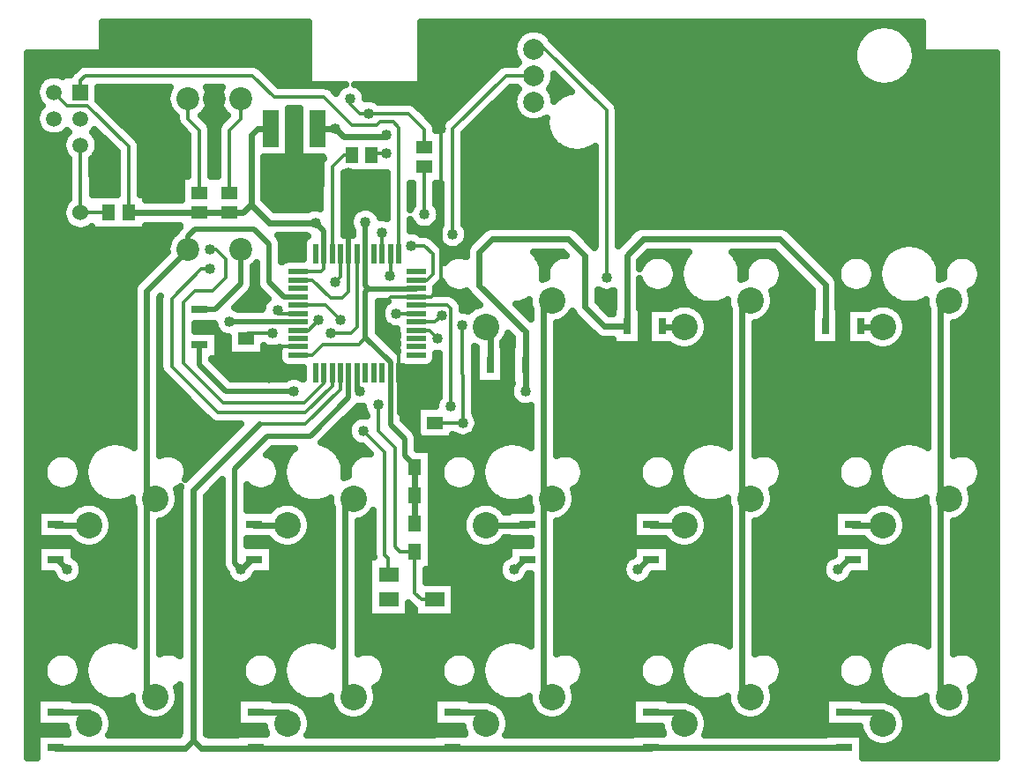
<source format=gbr>
G04 DipTrace 3.1.0.1*
G04 Bottom.gbr*
%MOIN*%
G04 #@! TF.FileFunction,Copper,L2,Bot*
G04 #@! TF.Part,Single*
%AMOUTLINE0*
4,1,4,
0.009843,-0.035433,
-0.009843,-0.035433,
-0.009843,0.035433,
0.009843,0.035433,
0.009843,-0.035433,
0*%
%AMOUTLINE3*
4,1,4,
-0.035433,-0.009843,
-0.035433,0.009843,
0.035433,0.009843,
0.035433,-0.009843,
-0.035433,-0.009843,
0*%
G04 #@! TA.AperFunction,Conductor*
%ADD13C,0.019685*%
%ADD14C,0.012992*%
%ADD15C,0.023622*%
G04 #@! TA.AperFunction,CopperBalancing*
%ADD18C,0.025*%
G04 #@! TA.AperFunction,ComponentPad*
%ADD19C,0.086614*%
%ADD20R,0.098425X0.137795*%
%ADD21R,0.051181X0.059055*%
%ADD22R,0.059055X0.051181*%
%ADD24R,0.062992X0.031496*%
%ADD26R,0.031496X0.062992*%
G04 #@! TA.AperFunction,ComponentPad*
%ADD28C,0.07874*%
%ADD29R,0.059055X0.141732*%
%ADD31R,0.074803X0.055118*%
G04 #@! TA.AperFunction,ComponentPad*
%ADD32R,0.06X0.06*%
%ADD33C,0.06*%
%ADD34C,0.1*%
%ADD36O,0.03937X0.070866*%
%ADD37O,0.03937X0.082677*%
%ADD39C,0.059055*%
%ADD40R,0.059055X0.059055*%
G04 #@! TA.AperFunction,ViaPad*
%ADD41C,0.04*%
%ADD89OUTLINE0*%
%ADD92OUTLINE3*%
%FSLAX26Y26*%
G04*
G70*
G90*
G75*
G01*
G04 Bottom*
%LPD*%
X1424843Y1806052D2*
D13*
X1168619D1*
X1068630Y1906042D1*
Y1981034D1*
X1663681Y1876133D2*
Y1806201D1*
D14*
X1674950D1*
X2299751Y1806052D2*
D15*
Y1856047D1*
Y1906042D1*
X2682774Y2051591D2*
Y2320274D1*
X2743701Y2381201D1*
X3261941D1*
X3432696Y2210446D1*
Y2051591D1*
X2682774D2*
X2597906D1*
X2524727Y2124769D1*
Y2318499D1*
X2462234Y2380992D1*
X2174764D1*
X2124769Y2330997D1*
Y2206010D1*
X2299751Y2031029D1*
Y1906042D1*
X1274858Y1168619D2*
X1262360D1*
X1224864Y1131123D1*
X568682D2*
X531186Y1168619D1*
X524937D1*
X2774701D2*
X2762202D1*
X2724706Y1131123D1*
X2306000Y1168619D2*
X2293501D1*
X2256005Y1131123D1*
X3537121Y1168619D2*
X3518373D1*
X3480877Y1131123D1*
X1632184Y1876133D2*
D13*
Y1782168D1*
X1487336Y1637320D1*
X1324853D1*
X1199866Y1512333D1*
Y1156121D1*
X1224864Y1131123D1*
X1279294Y458008D2*
D15*
Y456194D1*
X1074879D1*
X1043633Y487441D1*
Y1431092D1*
X1293741Y1681201D1*
D14*
X1468723D1*
X1600689Y1813167D1*
Y1876133D1*
X1043633Y487441D2*
D15*
X1012386Y456194D1*
X523123D1*
Y458008D1*
X2022966D2*
Y456194D1*
X1279294D1*
X2772887Y458008D2*
Y456194D1*
X2022966D1*
X3504060Y458008D2*
X2772887D1*
X1956004Y1412451D2*
X1956102Y1200049D1*
X1439272Y2226526D2*
D14*
X1494196D1*
X1562699Y2158022D1*
X1606201D1*
X1632185Y2184007D1*
Y2324951D1*
X1243612Y1931228D2*
Y1943790D1*
X1256201Y1931201D1*
X1331201D1*
Y1856201D1*
X1956004Y1412451D2*
D15*
Y1625147D1*
D14*
X1956102Y1625049D1*
Y1612550D1*
X1956004Y1518701D2*
Y1412451D1*
X1899793Y1599824D2*
X1956004D1*
Y1518701D1*
X1821161Y1876133D2*
Y1721155D1*
X1899793Y1642524D1*
Y1599824D1*
X1888091Y2163534D2*
X1789668D1*
X1763684Y2137550D1*
Y2041526D1*
X1821161Y1984049D1*
Y1876133D1*
X1981034Y2799698D2*
Y2201554D1*
X1943014Y2163534D1*
X1888091D1*
X1632185Y2324951D2*
D13*
Y2630217D1*
D14*
X1631201Y2631201D1*
X1331201Y1931201D2*
X1374558Y1974558D1*
X1439272D1*
X1956004Y1306202D2*
X1956102Y1200049D1*
D15*
X1956201Y1113189D1*
X518701Y2737451D2*
D14*
Y2480982D1*
X518688D1*
X1222441Y2342521D2*
D13*
Y2333420D1*
X1224864Y2330997D1*
Y2212260D1*
X1127496Y2114892D1*
X1068630D1*
X2900000Y1300000D2*
D15*
X2774701D1*
Y1302478D1*
X2900000Y550000D2*
D14*
Y591866D1*
D15*
X2772887D1*
X2150000Y2050000D2*
X2165892Y2034108D1*
Y1906042D1*
X1439272Y2163535D2*
D13*
X1386076D1*
X1331102Y2218509D1*
Y2362244D1*
X1274858Y2418488D1*
X1049882D1*
X1025591Y2394197D1*
Y2342521D1*
X900000Y1400000D2*
D15*
X868701D1*
Y650000D1*
X900000D1*
X1025591Y2342521D2*
X868701Y2185631D1*
Y1400000D1*
X1599824Y2074774D2*
D14*
X1542560Y2132038D1*
X1439272D1*
X1650000Y1400000D2*
D15*
X1618701D1*
Y650000D1*
X1650000D1*
X2400000Y2150000D2*
X2368701D1*
Y1400000D1*
X2400000D1*
X1362349Y2112270D2*
D14*
X1356100D1*
X1367827Y2100543D1*
X1439272D1*
X2368701Y1400000D2*
D15*
Y650000D1*
X2400000D1*
X1181201Y2068701D2*
D13*
X1439272Y2069046D1*
X3150000Y650000D2*
D15*
X3118701D1*
Y1400000D1*
X3150000D1*
D14*
X3118701D1*
D15*
Y2150000D1*
D14*
X3150000D1*
X2150000Y1300000D2*
D15*
X2306000D1*
Y1302478D1*
X1400000Y1300000D2*
X1274858D1*
Y1302478D1*
X1400000Y550000D2*
Y591866D1*
X1279294D1*
X3650000Y1300000D2*
X3537121D1*
Y1302478D1*
X2150000Y550000D2*
D14*
Y591866D1*
D15*
X2022966D1*
X650000Y550000D2*
D14*
Y591866D1*
D15*
X523123D1*
X650000Y1300000D2*
X524937D1*
Y1302478D1*
X3650000Y550000D2*
D14*
Y591866D1*
D15*
X3504060D1*
X618701Y2937451D2*
D14*
Y2980953D1*
X637425Y2999677D1*
X1268609D1*
X1349850Y2918436D1*
X1537331D1*
X1643315Y2812451D1*
X1737451D1*
X1749951Y2824951D1*
X1799547D1*
X1821161Y2803337D1*
Y2324951D1*
X1787304Y2243507D2*
X1789665D1*
Y2324951D1*
X1181118Y2555974D2*
Y2793449D1*
X1224864Y2837194D1*
Y2913387D1*
X1222441D1*
X1569193Y1876133D2*
Y1825416D1*
X1468588Y1724811D1*
X1137373D1*
X962391Y1899793D1*
Y2156016D1*
X1074879Y2268504D1*
X1106126D1*
X1025591Y2913387D2*
Y2836488D1*
X1068630Y2793449D1*
Y2555974D1*
X1106126Y2343496D2*
X1131123D1*
X1168619Y2306000D1*
Y2237257D1*
X1118625Y2187262D1*
X1049882D1*
X1006136Y2143517D1*
Y1912291D1*
X1156121Y1762307D1*
X1462339D1*
X1537331Y1837299D1*
Y1875766D1*
X1537697Y1876133D1*
X2062276Y2056026D2*
X2062450Y1687451D1*
X1812302Y2099772D2*
X1818551D1*
X1819322Y2100542D1*
X1888091D1*
X2062450Y1687451D2*
X1956102D1*
Y1687353D1*
X1782972Y1113189D2*
X1781055D1*
Y1174869D1*
X1768556Y1187367D1*
Y1575094D1*
X1687450Y1656201D1*
X1743701Y1756201D2*
Y1656201D1*
X1806052Y1593849D1*
Y1218849D1*
X1824950Y1199951D1*
X1881201D1*
Y1043476D1*
X1905976Y1018701D1*
X1956201D1*
X2018530Y1749808D2*
Y2118520D1*
X2005010Y2132039D1*
X1888091D1*
X1343701Y2024951D2*
X1250033D1*
X1243612Y2018530D1*
Y2006031D1*
X1562450Y2024951D2*
X1639109D1*
X1663680Y2049522D1*
Y2324951D1*
X2900000Y2050000D2*
D15*
X2816633D1*
Y2051591D1*
X1756201Y2406201D2*
D14*
X1758169D1*
Y2324951D1*
X1581076Y2218509D2*
X1600688Y2238121D1*
Y2324951D1*
X1918541Y2474732D2*
X1917323Y2475950D1*
Y2655512D1*
X1637450Y2912451D2*
Y2893308D1*
X1674558Y2856201D1*
X1706201D1*
X1856201D1*
X1917323Y2795079D1*
Y2730315D1*
X3650000Y2050000D2*
X3624612D1*
D15*
X3566554D1*
Y2051591D1*
X618701Y2737451D2*
D14*
X618688Y2480982D1*
X1868701Y2356201D2*
X1918701D1*
X1949787Y2325114D1*
Y2249756D1*
X1926558Y2226526D1*
X1888091D1*
X618688Y2480982D2*
X725105D1*
X1774806Y2705958D2*
X1718373D1*
Y2699709D1*
X1643570D2*
X1612323D1*
X1569193Y2656579D1*
Y2324951D1*
X1518583Y2074774D2*
X1481358Y2037550D1*
X1439272D1*
X3900000Y650000D2*
X3868701D1*
D15*
Y1400000D1*
D14*
X3900000D1*
X3868701D2*
D15*
Y2150000D1*
D14*
X3900000D1*
X2605969Y2237257D2*
Y2868441D1*
X2368493Y3105916D1*
X2330997D1*
X2336323Y3100591D1*
X2331693D1*
X1968701Y2006201D2*
X1967867D1*
X1936518Y2037550D1*
X1888091D1*
X1982463Y2092550D2*
X1958959Y2069046D1*
X1888091D1*
X2024780Y2399740D2*
Y2799698D1*
X2225672Y3000591D1*
X2331693D1*
X1514517Y2799698D2*
D15*
X1550203D1*
X1581076D1*
X1612323Y2768451D1*
X1774806D1*
Y2774701D1*
X1439272Y1943062D2*
D14*
X1494196D1*
X1535184Y1984050D1*
X1669194D1*
X1695495Y2010350D1*
D13*
X1789665Y1916180D1*
D14*
Y1876133D1*
D13*
Y1678986D1*
X1843549Y1625102D1*
Y1562328D1*
X1881201Y1524676D1*
D15*
Y1349951D1*
Y1306202D1*
X799908Y2480982D2*
D14*
Y2481171D1*
D15*
X1068630D1*
X1439272Y2258022D2*
D14*
X1526849D1*
X1537697Y2268870D1*
Y2324951D1*
X1695495Y2010350D2*
D13*
Y2182995D1*
X1706201Y2193701D1*
X1695177Y2204724D1*
Y2324951D1*
X1706201Y2193701D2*
X1888091D1*
Y2195030D1*
X1881201Y1349951D2*
D14*
Y1412451D1*
X1068630Y2481171D2*
X799908D1*
Y2730955D1*
X643412Y2887451D1*
X568701D1*
X518701Y2937451D1*
X1881201Y1518701D2*
Y1524676D1*
X1181118Y2481171D2*
D15*
X1068630D1*
X1337352Y2799698D2*
D14*
X1287357D1*
X1262360Y2774701D1*
Y2512228D1*
D15*
X1231302Y2481171D1*
X1181118D1*
X1506201Y2443701D2*
X1330887D1*
X1262360Y2512228D1*
Y2774701D1*
X1287357Y2799698D1*
X1337352D1*
X1537697Y2324951D2*
D13*
Y2412205D1*
X1506201Y2443701D1*
X1695177Y2324951D2*
Y2445349D1*
X1695176D1*
D41*
X1774806Y2705958D3*
X1706201Y2856201D3*
X1637450Y2912451D3*
X1106126Y2343496D3*
Y2268504D3*
X3480877Y1131123D3*
X2724706D3*
X2256005D3*
X1756201Y2406201D3*
X1599824Y2074774D3*
X1518583D3*
X1362349Y2112270D3*
X1181201Y2068701D3*
X1899793Y1599824D3*
X1631201Y2631201D3*
X1981034Y2799698D3*
X1331201Y1856201D3*
X568682Y1131123D3*
X1224864D3*
X1424843Y1806052D3*
X2299751D3*
X1674950Y1806201D3*
X1695176Y2445349D3*
X1506201Y2443701D3*
X1812302Y2099772D3*
X2062276Y2056026D3*
X1687450Y1656201D3*
X2062450Y1687451D3*
X2018530Y1749808D3*
X1743701Y1756201D3*
X1343701Y2024951D3*
X1562450D3*
X1787304Y2243507D3*
X1581076Y2218509D3*
X1918541Y2474732D3*
X1774806Y2774701D3*
X1581076Y2799698D3*
X1868701Y2356201D3*
X1968701Y2006201D3*
X2605969Y2237257D3*
X1982463Y2092550D3*
X2024780Y2399740D3*
X702714Y3178458D2*
D18*
X1477980D1*
X1907848D2*
X3600673D1*
X3712715D2*
X3797282D1*
X702714Y3153589D2*
X1477980D1*
X1907848D2*
X2274035D1*
X2389342D2*
X3568377D1*
X3745011D2*
X3797282D1*
X702714Y3128720D2*
X1477980D1*
X1907848D2*
X2258066D1*
X2409868D2*
X3551117D1*
X3762271D2*
X3797282D1*
X702714Y3103852D2*
X1477980D1*
X1907848D2*
X2252755D1*
X2434736D2*
X3541715D1*
X3771673D2*
X3797282D1*
X421238Y3078983D2*
X1477980D1*
X1907848D2*
X2255805D1*
X2459604D2*
X3538270D1*
X3775118D2*
X4078794D1*
X421238Y3054114D2*
X1477980D1*
X1907848D2*
X2268437D1*
X2484471D2*
X3540208D1*
X3773180D2*
X4078794D1*
X421238Y3029245D2*
X602800D1*
X1303236D2*
X1477980D1*
X1907848D2*
X2190137D1*
X2509339D2*
X3547851D1*
X3765501D2*
X4078794D1*
X421238Y3004377D2*
X579404D1*
X1328104D2*
X1477980D1*
X1907848D2*
X2165270D1*
X2534207D2*
X3562636D1*
X3750753D2*
X4078794D1*
X421238Y2979508D2*
X464503D1*
X1352971D2*
X1477980D1*
X1907848D2*
X2140402D1*
X2407715D2*
X2430705D1*
X2559075D2*
X3589226D1*
X3724162D2*
X4078794D1*
X421238Y2954639D2*
X451800D1*
X687858D2*
X954035D1*
X1097117D2*
X1150895D1*
X1564150D2*
X1596433D1*
X1678477D2*
X2115534D1*
X2243904D2*
X2268042D1*
X2395335D2*
X2455573D1*
X2583942D2*
X4078794D1*
X421238Y2929770D2*
X450005D1*
X687858D2*
X944346D1*
X1106842D2*
X1141207D1*
X1694373D2*
X2090666D1*
X2219036D2*
X2258497D1*
X2404916D2*
X2440752D1*
X2608810D2*
X4078794D1*
X421238Y2904902D2*
X458043D1*
X690155D2*
X943126D1*
X1108062D2*
X1139951D1*
X1738547D2*
X2065799D1*
X2194168D2*
X2252827D1*
X2633678D2*
X4078794D1*
X421238Y2880033D2*
X464933D1*
X715022D2*
X949908D1*
X1101280D2*
X1146769D1*
X1896545D2*
X2040931D1*
X2169301D2*
X2255518D1*
X2650508D2*
X4078794D1*
X421238Y2855164D2*
X451943D1*
X739890D2*
X967599D1*
X1083589D2*
X1164460D1*
X1406511D2*
X1445361D1*
X1921413D2*
X2016063D1*
X2144433D2*
X2267647D1*
X2652087D2*
X4078794D1*
X421238Y2830295D2*
X449934D1*
X764758D2*
X979907D1*
X1095969D2*
X1153766D1*
X1406511D2*
X1445361D1*
X1946280D2*
X1991195D1*
X2119565D2*
X2299046D1*
X2364367D2*
X2375802D1*
X2652087D2*
X4078794D1*
X421238Y2805427D2*
X457756D1*
X789625D2*
X992467D1*
X1113086D2*
X1136685D1*
X1406511D2*
X1445361D1*
X1962213D2*
X1979031D1*
X2094697D2*
X2377489D1*
X2652087D2*
X4078794D1*
X421238Y2780558D2*
X481476D1*
X555912D2*
X565373D1*
X672033D2*
X686123D1*
X814493D2*
X1017334D1*
X1114736D2*
X1134999D1*
X1406511D2*
X1445361D1*
X2070906D2*
X2384809D1*
X2652087D2*
X4078794D1*
X421238Y2755689D2*
X552096D1*
X685310D2*
X710991D1*
X838320D2*
X1022502D1*
X1114736D2*
X1134999D1*
X1406511D2*
X1445361D1*
X2070906D2*
X2399127D1*
X2652087D2*
X4078794D1*
X421238Y2730820D2*
X549871D1*
X687535D2*
X735859D1*
X846035D2*
X1022502D1*
X1114736D2*
X1134999D1*
X1406511D2*
X1445361D1*
X2070906D2*
X2424820D1*
X2652087D2*
X4078794D1*
X421238Y2705951D2*
X557479D1*
X679928D2*
X753801D1*
X846035D2*
X1022502D1*
X1114736D2*
X1134999D1*
X1406511D2*
X1445361D1*
X2070906D2*
X2559852D1*
X2652087D2*
X4078794D1*
X421238Y2681083D2*
X572586D1*
X664820D2*
X753801D1*
X846035D2*
X1022502D1*
X1114736D2*
X1134999D1*
X1313786D2*
X1530622D1*
X2070906D2*
X2559852D1*
X2652087D2*
X4078794D1*
X421238Y2656214D2*
X572586D1*
X664820D2*
X753801D1*
X846035D2*
X1022502D1*
X1114736D2*
X1134999D1*
X1313786D2*
X1523086D1*
X2070906D2*
X2559852D1*
X2652087D2*
X4078794D1*
X421238Y2631345D2*
X572586D1*
X664820D2*
X753801D1*
X846035D2*
X1022502D1*
X1114736D2*
X1134999D1*
X1313786D2*
X1523086D1*
X1615321D2*
X1775029D1*
X2070906D2*
X2559852D1*
X2652087D2*
X4078794D1*
X421238Y2606476D2*
X572586D1*
X664820D2*
X753801D1*
X846035D2*
X999464D1*
X1313786D2*
X1523086D1*
X1615321D2*
X1775029D1*
X2070906D2*
X2559852D1*
X2652087D2*
X4078794D1*
X421238Y2581608D2*
X572586D1*
X664820D2*
X753801D1*
X846035D2*
X999464D1*
X1313786D2*
X1523086D1*
X1615321D2*
X1775029D1*
X1963433D2*
X1978672D1*
X2070906D2*
X2559852D1*
X2652087D2*
X4078794D1*
X421238Y2556739D2*
X572586D1*
X664820D2*
X753801D1*
X846035D2*
X999464D1*
X1313786D2*
X1523086D1*
X1615321D2*
X1775029D1*
X1963433D2*
X1978672D1*
X2070906D2*
X2559852D1*
X2652087D2*
X4078794D1*
X421238Y2531870D2*
X572406D1*
X865126D2*
X999464D1*
X1314432D2*
X1523086D1*
X1615321D2*
X1775029D1*
X1963433D2*
X1978672D1*
X2070906D2*
X2559852D1*
X2652087D2*
X4078794D1*
X421238Y2507001D2*
X554321D1*
X1339299D2*
X1523086D1*
X1615321D2*
X1775029D1*
X1968170D2*
X1978672D1*
X2070906D2*
X2559852D1*
X2652087D2*
X4078794D1*
X421238Y2482133D2*
X549082D1*
X1615321D2*
X1648968D1*
X1741382D2*
X1775029D1*
X2070906D2*
X2559852D1*
X2652087D2*
X4078794D1*
X421238Y2457264D2*
X553388D1*
X1615321D2*
X1636803D1*
X2070906D2*
X2559852D1*
X2652087D2*
X4078794D1*
X421238Y2432395D2*
X569895D1*
X1615321D2*
X1637054D1*
X1867263D2*
X1877694D1*
X1959378D2*
X1975406D1*
X2074136D2*
X2559852D1*
X2652087D2*
X4078794D1*
X421238Y2407526D2*
X975745D1*
X1615321D2*
X1645702D1*
X1896258D2*
X1965682D1*
X2083860D2*
X2129601D1*
X2507401D2*
X2559852D1*
X2652087D2*
X2698329D1*
X3307332D2*
X4078794D1*
X421238Y2382657D2*
X953389D1*
X1375901D2*
X1464164D1*
X1956436D2*
X1967803D1*
X2081779D2*
X2104733D1*
X2532269D2*
X2559852D1*
X2652087D2*
X2673461D1*
X3332199D2*
X4078794D1*
X421238Y2357789D2*
X944131D1*
X1380566D2*
X1456736D1*
X2066062D2*
X2081336D1*
X3357067D2*
X3705670D1*
X3794316D2*
X4078794D1*
X421238Y2332920D2*
X943234D1*
X1380566D2*
X1456736D1*
X1995191D2*
X2073370D1*
X3381935D2*
X3666915D1*
X3833071D2*
X4078794D1*
X421238Y2308051D2*
X919406D1*
X1380566D2*
X1456736D1*
X1995908D2*
X2007271D1*
X2352489D2*
X2407272D1*
X2742263D2*
X2757287D1*
X2842703D2*
X2897522D1*
X3102505D2*
X3157288D1*
X3242704D2*
X3263397D1*
X3406803D2*
X3507266D1*
X3592719D2*
X3647502D1*
X3852484D2*
X3907267D1*
X3992720D2*
X4078794D1*
X421238Y2283182D2*
X894539D1*
X2363255D2*
X2385168D1*
X2864844D2*
X2886757D1*
X3113270D2*
X3135147D1*
X3264845D2*
X3288265D1*
X3431670D2*
X3485162D1*
X3614823D2*
X3636736D1*
X3863250D2*
X3885163D1*
X4014824D2*
X4078794D1*
X421238Y2258314D2*
X869671D1*
X2367812D2*
X2377381D1*
X2872631D2*
X2882164D1*
X3117827D2*
X3127360D1*
X3272632D2*
X3313133D1*
X3456538D2*
X3477375D1*
X3622646D2*
X3632179D1*
X3867807D2*
X3877359D1*
X4022647D2*
X4078794D1*
X421238Y2233445D2*
X844803D1*
X2871159D2*
X2883061D1*
X3271160D2*
X3338001D1*
X3621139D2*
X3633076D1*
X4021140D2*
X4078794D1*
X421238Y2208576D2*
X822986D1*
X1274170D2*
X1282698D1*
X1972799D2*
X1990298D1*
X2859712D2*
X2889556D1*
X3259713D2*
X3362868D1*
X3609692D2*
X3639535D1*
X4009693D2*
X4078794D1*
X421238Y2183707D2*
X817280D1*
X1264660D2*
X1296980D1*
X1963110D2*
X2023168D1*
X2734225D2*
X2773148D1*
X2826842D2*
X2902761D1*
X3232836D2*
X3381277D1*
X3484133D2*
X3523163D1*
X3576858D2*
X3652777D1*
X3982852D2*
X4078794D1*
X421238Y2158839D2*
X817280D1*
X1240367D2*
X1321848D1*
X2042414D2*
X2100247D1*
X2576156D2*
X2631333D1*
X2734225D2*
X2926373D1*
X3239188D2*
X3381277D1*
X3484133D2*
X3676389D1*
X3989167D2*
X4078794D1*
X421238Y2133970D2*
X817280D1*
X1215499D2*
X1306992D1*
X1744970D2*
X1764048D1*
X2061828D2*
X2124290D1*
X2268520D2*
X2311856D1*
X2587244D2*
X2631333D1*
X2734225D2*
X2874269D1*
X2925739D2*
X3061872D1*
X3238147D2*
X3381277D1*
X3484133D2*
X3624285D1*
X3675719D2*
X3811851D1*
X3988127D2*
X4078794D1*
X421238Y2109101D2*
X817280D1*
X1744970D2*
X1753438D1*
X2293388D2*
X2317275D1*
X2612112D2*
X2627422D1*
X2738137D2*
X2761270D1*
X2966504D2*
X3067254D1*
X3229427D2*
X3377330D1*
X3488080D2*
X3511178D1*
X3716519D2*
X3817270D1*
X3979443D2*
X4078794D1*
X421238Y2084232D2*
X817280D1*
X1744970D2*
X1754802D1*
X2459640D2*
X2493574D1*
X2738137D2*
X2761270D1*
X2982616D2*
X3067254D1*
X3209655D2*
X3377330D1*
X3488080D2*
X3511178D1*
X3732631D2*
X3817270D1*
X3959634D2*
X4078794D1*
X421238Y2059364D2*
X817280D1*
X1052262D2*
X1122332D1*
X1744970D2*
X1769431D1*
X2420131D2*
X2518442D1*
X2738137D2*
X2761270D1*
X2989111D2*
X3067254D1*
X3170147D2*
X3377330D1*
X3488080D2*
X3511178D1*
X3739126D2*
X3817270D1*
X3920126D2*
X4078794D1*
X421238Y2034495D2*
X817280D1*
X1052262D2*
X1132953D1*
X1744970D2*
X1813030D1*
X2420131D2*
X2543309D1*
X2738137D2*
X2761270D1*
X2988214D2*
X3067254D1*
X3170147D2*
X3377330D1*
X3488080D2*
X3511178D1*
X3738229D2*
X3817270D1*
X3920126D2*
X4078794D1*
X421238Y2009626D2*
X817280D1*
X1139747D2*
X1174471D1*
X1765137D2*
X1813030D1*
X2229694D2*
X2248306D1*
X2420131D2*
X2570223D1*
X2738137D2*
X2761270D1*
X2979709D2*
X3067254D1*
X3170147D2*
X3377330D1*
X3488080D2*
X3511178D1*
X3729689D2*
X3817270D1*
X3920126D2*
X4078794D1*
X421238Y1984757D2*
X817280D1*
X1139747D2*
X1174471D1*
X1790005D2*
X1813030D1*
X2217314D2*
X2248306D1*
X2420131D2*
X2627422D1*
X2738137D2*
X2761270D1*
X2960224D2*
X3067254D1*
X3170147D2*
X3377330D1*
X3488080D2*
X3511178D1*
X3710239D2*
X3817270D1*
X3920126D2*
X4078794D1*
X421238Y1959888D2*
X817280D1*
X1139747D2*
X1174471D1*
X1312745D2*
X1364873D1*
X2221261D2*
X2244394D1*
X2420131D2*
X3067254D1*
X3170147D2*
X3817270D1*
X3920126D2*
X4078794D1*
X421238Y1935020D2*
X817280D1*
X1139747D2*
X1364227D1*
X1963146D2*
X1972428D1*
X2221261D2*
X2244394D1*
X2420131D2*
X3067254D1*
X3170147D2*
X3817270D1*
X3920126D2*
X4078794D1*
X421238Y1910151D2*
X817280D1*
X1133432D2*
X1372265D1*
X1955108D2*
X1972428D1*
X2221261D2*
X2244394D1*
X2420131D2*
X3067254D1*
X3170147D2*
X3817270D1*
X3920126D2*
X4078794D1*
X421238Y1885282D2*
X817280D1*
X1158300D2*
X1456736D1*
X1839130D2*
X1972428D1*
X2221261D2*
X2244394D1*
X2420131D2*
X3067254D1*
X3170147D2*
X3817270D1*
X3920126D2*
X4078794D1*
X421238Y1860413D2*
X817280D1*
X920136D2*
X937600D1*
X1183167D2*
X1404812D1*
X1444871D2*
X1456736D1*
X1839130D2*
X1972428D1*
X2221261D2*
X2244394D1*
X2420131D2*
X3067254D1*
X3170147D2*
X3817270D1*
X3920126D2*
X4078794D1*
X421238Y1835545D2*
X817280D1*
X920136D2*
X962467D1*
X1839130D2*
X1972428D1*
X2108513D2*
X2248306D1*
X2420131D2*
X3067254D1*
X3170147D2*
X3817270D1*
X3920126D2*
X4078794D1*
X421238Y1810676D2*
X817280D1*
X920136D2*
X987335D1*
X1839130D2*
X1972428D1*
X2108513D2*
X2240303D1*
X2420131D2*
X3067254D1*
X3170147D2*
X3817270D1*
X3920126D2*
X4078794D1*
X421238Y1785807D2*
X817280D1*
X920136D2*
X1012203D1*
X1839130D2*
X1971674D1*
X2108513D2*
X2243820D1*
X2420131D2*
X3067254D1*
X3170147D2*
X3817270D1*
X3920126D2*
X4078794D1*
X421238Y1760938D2*
X817280D1*
X920136D2*
X1037071D1*
X1839130D2*
X1960012D1*
X2108549D2*
X2262229D1*
X2420131D2*
X3067254D1*
X3170147D2*
X3817270D1*
X3920126D2*
X4078794D1*
X421238Y1736070D2*
X817280D1*
X920136D2*
X1061938D1*
X1655009D2*
X1687759D1*
X1839130D2*
X1886952D1*
X2108549D2*
X2317275D1*
X2420131D2*
X3067254D1*
X3170147D2*
X3817270D1*
X3920126D2*
X4078794D1*
X421238Y1711201D2*
X817280D1*
X920136D2*
X1086806D1*
X1630141D2*
X1669530D1*
X1839130D2*
X1886952D1*
X2116910D2*
X2317275D1*
X2420131D2*
X3067254D1*
X3170147D2*
X3817270D1*
X3920126D2*
X4078794D1*
X421238Y1686332D2*
X817280D1*
X920136D2*
X1114329D1*
X1605273D2*
X1636408D1*
X1851223D2*
X1886952D1*
X2122077D2*
X2317275D1*
X2420131D2*
X3067254D1*
X3170147D2*
X3817270D1*
X3920126D2*
X4078794D1*
X421238Y1661463D2*
X817280D1*
X920136D2*
X1202317D1*
X1580405D2*
X1628083D1*
X1876091D2*
X1886952D1*
X2115833D2*
X2317275D1*
X2420131D2*
X3067254D1*
X3170147D2*
X3817270D1*
X3920126D2*
X4078794D1*
X421238Y1636594D2*
X817280D1*
X920136D2*
X1177450D1*
X1555538D2*
X1631313D1*
X2025262D2*
X2033933D1*
X2090965D2*
X2317275D1*
X2420131D2*
X3067254D1*
X3170147D2*
X3817270D1*
X3920126D2*
X4078794D1*
X421238Y1611726D2*
X717737D1*
X782269D2*
X817280D1*
X920136D2*
X1152582D1*
X1532249D2*
X1649111D1*
X1893028D2*
X2217732D1*
X2282264D2*
X2317275D1*
X2420131D2*
X2967748D1*
X3032279D2*
X3067254D1*
X3170147D2*
X3717727D1*
X3782259D2*
X3817270D1*
X3920126D2*
X4078794D1*
X421238Y1586857D2*
X671196D1*
X920136D2*
X1127678D1*
X1343318D2*
X1421175D1*
X1578826D2*
X1692603D1*
X1893028D2*
X2171190D1*
X2420131D2*
X2921170D1*
X3170147D2*
X3671185D1*
X3920126D2*
X4078794D1*
X421238Y1561988D2*
X513664D1*
X586342D2*
X649916D1*
X986343D2*
X1102811D1*
X1336321D2*
X1399896D1*
X1600106D2*
X1663680D1*
X1946424D2*
X2013659D1*
X2086336D2*
X2149911D1*
X2486337D2*
X2763674D1*
X2836352D2*
X2899891D1*
X3236353D2*
X3513654D1*
X3586331D2*
X3649906D1*
X3986332D2*
X4078794D1*
X421238Y1537119D2*
X487433D1*
X612573D2*
X638003D1*
X1012574D2*
X1077943D1*
X1362588D2*
X1387982D1*
X1612019D2*
X1637413D1*
X1946424D2*
X1987428D1*
X2112568D2*
X2137998D1*
X2512569D2*
X2737407D1*
X2862583D2*
X2888013D1*
X3262584D2*
X3487422D1*
X3612563D2*
X3637992D1*
X4012564D2*
X4078794D1*
X421238Y1512251D2*
X477959D1*
X622046D2*
X632512D1*
X1022047D2*
X1053075D1*
X1372062D2*
X1382528D1*
X1617474D2*
X1627957D1*
X1946424D2*
X1977954D1*
X2122041D2*
X2132505D1*
X2522042D2*
X2727934D1*
X2872057D2*
X2882523D1*
X3272058D2*
X3477949D1*
X3622036D2*
X3632538D1*
X4022037D2*
X4078794D1*
X421238Y1487382D2*
X478031D1*
X621975D2*
X632584D1*
X1371990D2*
X1382564D1*
X1617438D2*
X1628019D1*
X1946424D2*
X1978026D1*
X2121969D2*
X2132565D1*
X2521970D2*
X2728005D1*
X2871985D2*
X2882559D1*
X3271986D2*
X3478021D1*
X3622000D2*
X3632574D1*
X4022001D2*
X4078794D1*
X421238Y1462513D2*
X487648D1*
X612358D2*
X638110D1*
X1362337D2*
X1388126D1*
X1946424D2*
X1987643D1*
X2112352D2*
X2138141D1*
X2512353D2*
X2737658D1*
X2862368D2*
X2888121D1*
X3262369D2*
X3487638D1*
X3612347D2*
X3638136D1*
X4012348D2*
X4078794D1*
X421238Y1437644D2*
X514346D1*
X585660D2*
X650132D1*
X1121877D2*
X1150393D1*
X1249338D2*
X1264361D1*
X1335639D2*
X1400147D1*
X1946424D2*
X2014341D1*
X2085655D2*
X2150126D1*
X2485656D2*
X2764356D1*
X2835670D2*
X2900142D1*
X3235671D2*
X3514336D1*
X3585650D2*
X3650121D1*
X3985651D2*
X4078794D1*
X421238Y1412776D2*
X671590D1*
X1097009D2*
X1150393D1*
X1249338D2*
X1421606D1*
X1946424D2*
X2171585D1*
X2488670D2*
X2921601D1*
X3238685D2*
X3671616D1*
X3988665D2*
X4078794D1*
X421238Y1387907D2*
X719137D1*
X780834D2*
X811216D1*
X1095072D2*
X1150393D1*
X1249338D2*
X1469152D1*
X1530849D2*
X1561231D1*
X1946424D2*
X2219168D1*
X2280865D2*
X2311211D1*
X2488778D2*
X2969147D1*
X3030844D2*
X3061226D1*
X3238793D2*
X3719162D1*
X3780859D2*
X3811205D1*
X3988772D2*
X4078794D1*
X421238Y1363038D2*
X587370D1*
X712654D2*
X817280D1*
X981391D2*
X992215D1*
X1095072D2*
X1150393D1*
X1249338D2*
X1337350D1*
X1462633D2*
X1567260D1*
X1946424D2*
X2087365D1*
X2212649D2*
X2317275D1*
X2481385D2*
X2837380D1*
X2962628D2*
X3067254D1*
X3231401D2*
X3587360D1*
X3712644D2*
X3817270D1*
X3981380D2*
X4078794D1*
X421238Y1338169D2*
X453809D1*
X730811D2*
X817280D1*
X963879D2*
X992215D1*
X1095072D2*
X1150393D1*
X1480827D2*
X1567260D1*
X1713894D2*
X1722423D1*
X1946424D2*
X2069172D1*
X2463874D2*
X2703568D1*
X2980822D2*
X3067254D1*
X3213889D2*
X3466000D1*
X3730801D2*
X3817270D1*
X3963869D2*
X4078794D1*
X421238Y1313301D2*
X453809D1*
X738598D2*
X817280D1*
X920136D2*
X992215D1*
X1095072D2*
X1150393D1*
X1488614D2*
X1567260D1*
X1670152D2*
X1722423D1*
X1946424D2*
X2061385D1*
X2420131D2*
X2703568D1*
X2988608D2*
X3067254D1*
X3170147D2*
X3466000D1*
X3738588D2*
X3817270D1*
X3920126D2*
X4078794D1*
X421238Y1288432D2*
X453809D1*
X738849D2*
X817280D1*
X920136D2*
X992215D1*
X1095072D2*
X1150393D1*
X1488865D2*
X1567260D1*
X1670152D2*
X1722423D1*
X1946424D2*
X2061134D1*
X2420131D2*
X2703568D1*
X2988860D2*
X3067254D1*
X3170147D2*
X3466000D1*
X3738839D2*
X3817270D1*
X3920126D2*
X4078794D1*
X421238Y1263563D2*
X453809D1*
X731637D2*
X817280D1*
X920136D2*
X992215D1*
X1095072D2*
X1150393D1*
X1481652D2*
X1567260D1*
X1670152D2*
X1722423D1*
X1946496D2*
X2068346D1*
X2420131D2*
X2703568D1*
X2981647D2*
X3067254D1*
X3170147D2*
X3466000D1*
X3731626D2*
X3817270D1*
X3920126D2*
X4078794D1*
X421238Y1238694D2*
X585612D1*
X714412D2*
X817280D1*
X920136D2*
X992215D1*
X1095072D2*
X1150393D1*
X1249338D2*
X1335591D1*
X1464392D2*
X1567260D1*
X1670152D2*
X1722423D1*
X1946496D2*
X2085607D1*
X2214407D2*
X2317275D1*
X2420131D2*
X2835586D1*
X2964387D2*
X3067254D1*
X3170147D2*
X3585602D1*
X3714402D2*
X3817270D1*
X3920126D2*
X4078794D1*
X421238Y1213825D2*
X453809D1*
X596066D2*
X634701D1*
X665323D2*
X817280D1*
X920136D2*
X992215D1*
X1095072D2*
X1150393D1*
X1345974D2*
X1384681D1*
X1415302D2*
X1567260D1*
X1670152D2*
X1722423D1*
X1946496D2*
X2134696D1*
X2165318D2*
X2234885D1*
X2420131D2*
X2703568D1*
X2845825D2*
X2884676D1*
X2915297D2*
X3067254D1*
X3170147D2*
X3466000D1*
X3608257D2*
X3634691D1*
X3665312D2*
X3817270D1*
X3920126D2*
X4078794D1*
X421238Y1188957D2*
X453809D1*
X596066D2*
X817280D1*
X920136D2*
X992215D1*
X1095072D2*
X1150393D1*
X1345974D2*
X1567260D1*
X1670152D2*
X1722423D1*
X1946496D2*
X2234885D1*
X2420131D2*
X2703568D1*
X2845825D2*
X3067254D1*
X3170147D2*
X3466000D1*
X3608257D2*
X3817270D1*
X3920126D2*
X4078794D1*
X421238Y1164088D2*
X453809D1*
X617848D2*
X817280D1*
X920136D2*
X992215D1*
X1095072D2*
X1150393D1*
X1345974D2*
X1567260D1*
X1670152D2*
X1705952D1*
X1946496D2*
X2206859D1*
X2420131D2*
X2675543D1*
X2845825D2*
X3067254D1*
X3170147D2*
X3431730D1*
X3608257D2*
X3817270D1*
X3920126D2*
X4078794D1*
X421238Y1139219D2*
X453809D1*
X627716D2*
X817280D1*
X920136D2*
X992215D1*
X1095072D2*
X1153551D1*
X1345974D2*
X1567260D1*
X1670152D2*
X1705952D1*
X1946496D2*
X2196955D1*
X2420131D2*
X2665675D1*
X2845825D2*
X3067254D1*
X3170147D2*
X3421826D1*
X3608257D2*
X3817270D1*
X3920126D2*
X4078794D1*
X421238Y1114350D2*
X511583D1*
X625778D2*
X817280D1*
X920136D2*
X992215D1*
X1095072D2*
X1167761D1*
X1281957D2*
X1567260D1*
X1670152D2*
X1705952D1*
X1927405D2*
X2198893D1*
X2420131D2*
X2667612D1*
X2781808D2*
X3067254D1*
X3170147D2*
X3423764D1*
X3537995D2*
X3817270D1*
X3920126D2*
X4078794D1*
X421238Y1089482D2*
X527085D1*
X610276D2*
X817280D1*
X920136D2*
X992215D1*
X1095072D2*
X1183263D1*
X1266455D2*
X1567260D1*
X1670152D2*
X1705952D1*
X1927405D2*
X2214395D1*
X2297623D2*
X2317275D1*
X2420131D2*
X2683114D1*
X2766306D2*
X3067254D1*
X3170147D2*
X3439266D1*
X3522493D2*
X3817270D1*
X3920126D2*
X4078794D1*
X421238Y1064613D2*
X817280D1*
X920136D2*
X992215D1*
X1095072D2*
X1567260D1*
X1670152D2*
X1705952D1*
X2033228D2*
X2317275D1*
X2420131D2*
X3067254D1*
X3170147D2*
X3817270D1*
X3920126D2*
X4078794D1*
X421238Y1039744D2*
X817280D1*
X920136D2*
X992215D1*
X1095072D2*
X1567260D1*
X1670152D2*
X1705952D1*
X2033228D2*
X2317275D1*
X2420131D2*
X3067254D1*
X3170147D2*
X3817270D1*
X3920126D2*
X4078794D1*
X421238Y1014875D2*
X817280D1*
X920136D2*
X992215D1*
X1095072D2*
X1567260D1*
X1670152D2*
X1705952D1*
X2033228D2*
X2317275D1*
X2420131D2*
X3067254D1*
X3170147D2*
X3817270D1*
X3920126D2*
X4078794D1*
X421238Y990007D2*
X817280D1*
X920136D2*
X992215D1*
X1095072D2*
X1567260D1*
X1670152D2*
X1705952D1*
X1859979D2*
X1870481D1*
X2033228D2*
X2317275D1*
X2420131D2*
X3067254D1*
X3170147D2*
X3817270D1*
X3920126D2*
X4078794D1*
X421238Y965138D2*
X817280D1*
X920136D2*
X992215D1*
X1095072D2*
X1567260D1*
X1670152D2*
X1705952D1*
X1859979D2*
X1879165D1*
X2033228D2*
X2317275D1*
X2420131D2*
X3067254D1*
X3170147D2*
X3817270D1*
X3920126D2*
X4078794D1*
X421238Y940269D2*
X817280D1*
X920136D2*
X992215D1*
X1095072D2*
X1567260D1*
X1670152D2*
X2317275D1*
X2420131D2*
X3067254D1*
X3170147D2*
X3817270D1*
X3920126D2*
X4078794D1*
X421238Y915400D2*
X817280D1*
X920136D2*
X992215D1*
X1095072D2*
X1567260D1*
X1670152D2*
X2317275D1*
X2420131D2*
X3067254D1*
X3170147D2*
X3817270D1*
X3920126D2*
X4078794D1*
X421238Y890531D2*
X817280D1*
X920136D2*
X992215D1*
X1095072D2*
X1567260D1*
X1670152D2*
X2317275D1*
X2420131D2*
X3067254D1*
X3170147D2*
X3817270D1*
X3920126D2*
X4078794D1*
X421238Y865663D2*
X817280D1*
X920136D2*
X992215D1*
X1095072D2*
X1567260D1*
X1670152D2*
X2317275D1*
X2420131D2*
X3067254D1*
X3170147D2*
X3817270D1*
X3920126D2*
X4078794D1*
X421238Y840794D2*
X675896D1*
X920136D2*
X992215D1*
X1095072D2*
X1425912D1*
X1670152D2*
X2175927D1*
X2420131D2*
X2925907D1*
X3170147D2*
X3675922D1*
X3920126D2*
X4078794D1*
X421238Y815925D2*
X522169D1*
X577837D2*
X652500D1*
X977838D2*
X992215D1*
X1095072D2*
X1272184D1*
X1327816D2*
X1402515D1*
X1727818D2*
X2022163D1*
X2077832D2*
X2152531D1*
X2477833D2*
X2772179D1*
X2827811D2*
X2902510D1*
X3227812D2*
X3522158D1*
X3577827D2*
X3652526D1*
X3977828D2*
X4078794D1*
X421238Y791056D2*
X490052D1*
X609953D2*
X639402D1*
X1095072D2*
X1240032D1*
X1359969D2*
X1389418D1*
X1759970D2*
X1990047D1*
X2109948D2*
X2139397D1*
X2509949D2*
X2740027D1*
X2859964D2*
X2889412D1*
X3259965D2*
X3490042D1*
X3609979D2*
X3639428D1*
X4009944D2*
X4078794D1*
X421238Y766188D2*
X478749D1*
X621257D2*
X633015D1*
X1095072D2*
X1228764D1*
X1371236D2*
X1383030D1*
X1771237D2*
X1978744D1*
X2121252D2*
X2132990D1*
X2521253D2*
X2728759D1*
X2871231D2*
X2883025D1*
X3271232D2*
X3478774D1*
X3621247D2*
X3633005D1*
X4021248D2*
X4078794D1*
X421238Y741319D2*
X477421D1*
X622585D2*
X632189D1*
X1095072D2*
X1227400D1*
X1372600D2*
X1382205D1*
X1772601D2*
X1977416D1*
X2122579D2*
X2132233D1*
X2522580D2*
X2727431D1*
X2872595D2*
X2882200D1*
X3272596D2*
X3477411D1*
X3622574D2*
X3632215D1*
X4022575D2*
X4078794D1*
X421238Y716450D2*
X485351D1*
X614654D2*
X636854D1*
X1095072D2*
X1235367D1*
X1364634D2*
X1386870D1*
X1764635D2*
X1985346D1*
X2114649D2*
X2136849D1*
X2514650D2*
X2735362D1*
X2864629D2*
X2886865D1*
X3264630D2*
X3485341D1*
X3614644D2*
X3636844D1*
X4014645D2*
X4078794D1*
X421238Y691581D2*
X507815D1*
X592191D2*
X647727D1*
X1095072D2*
X1257830D1*
X1342170D2*
X1397707D1*
X1742171D2*
X2007810D1*
X2092186D2*
X2147722D1*
X2492187D2*
X2757825D1*
X2842165D2*
X2897738D1*
X3242166D2*
X3507805D1*
X3592180D2*
X3647717D1*
X3992181D2*
X4078794D1*
X421238Y666713D2*
X667320D1*
X1095072D2*
X1417300D1*
X1738009D2*
X2167315D1*
X2487988D2*
X2917294D1*
X3238004D2*
X3667310D1*
X3988019D2*
X4078794D1*
X421238Y641844D2*
X452015D1*
X594236D2*
X706613D1*
X793357D2*
X810749D1*
X1095072D2*
X1208167D1*
X1350424D2*
X1456629D1*
X1543373D2*
X1560765D1*
X1739229D2*
X1951830D1*
X2094087D2*
X2206608D1*
X2293388D2*
X2310744D1*
X2489244D2*
X2701774D1*
X2843995D2*
X2956624D1*
X3043368D2*
X3060759D1*
X3239224D2*
X3432950D1*
X3575171D2*
X3706639D1*
X3793383D2*
X3810775D1*
X3989239D2*
X4078794D1*
X421238Y616975D2*
X452015D1*
X708204D2*
X816885D1*
X983113D2*
X992229D1*
X1095072D2*
X1208167D1*
X1458220D2*
X1566865D1*
X1733128D2*
X1951830D1*
X2208235D2*
X2316880D1*
X2483108D2*
X2701774D1*
X2958215D2*
X3066896D1*
X3233123D2*
X3432950D1*
X3708230D2*
X3816875D1*
X3983103D2*
X4078794D1*
X421238Y592106D2*
X452015D1*
X728766D2*
X832387D1*
X967611D2*
X992215D1*
X1095072D2*
X1208167D1*
X1478781D2*
X1582403D1*
X1717591D2*
X1951830D1*
X2228761D2*
X2332382D1*
X2467606D2*
X2701774D1*
X2978776D2*
X3082398D1*
X3217621D2*
X3432950D1*
X3728756D2*
X3832413D1*
X3967601D2*
X4078794D1*
X421238Y567238D2*
X452015D1*
X737916D2*
X870281D1*
X929717D2*
X992215D1*
X1095072D2*
X1208167D1*
X1487896D2*
X1620296D1*
X1679697D2*
X1951830D1*
X2237911D2*
X2370276D1*
X2429712D2*
X2701774D1*
X2987891D2*
X3120291D1*
X3179728D2*
X3432950D1*
X3737906D2*
X3870271D1*
X3929707D2*
X4078794D1*
X421238Y542369D2*
X452015D1*
X739280D2*
X992215D1*
X1095072D2*
X1208167D1*
X1489295D2*
X1951830D1*
X2239275D2*
X2701774D1*
X2989290D2*
X3432950D1*
X3739270D2*
X4078794D1*
X421238Y517500D2*
X566665D1*
X733323D2*
X992215D1*
X1095072D2*
X1316680D1*
X1483339D2*
X2066660D1*
X2233318D2*
X2816675D1*
X2983333D2*
X3566655D1*
X3733349D2*
X4078794D1*
X421238Y492631D2*
X452015D1*
X3718062D2*
X4078794D1*
X421238Y467762D2*
X452015D1*
X3575171D2*
X3618723D1*
X3681245D2*
X4078794D1*
X421238Y442894D2*
X452015D1*
X3575171D2*
X4078794D1*
X1105772Y2907077D2*
X1105029Y2900805D1*
X1103797Y2894611D1*
X1102083Y2888533D1*
X1099897Y2882608D1*
X1097253Y2876873D1*
X1094168Y2871363D1*
X1090659Y2866112D1*
X1086749Y2861153D1*
X1082463Y2856515D1*
X1074319Y2849464D1*
X1101797Y2821777D1*
X1105821Y2816239D1*
X1108928Y2810141D1*
X1111043Y2803631D1*
X1112114Y2796871D1*
X1112248Y2756703D1*
Y2618657D1*
X1135280Y2618650D1*
X1137500Y2620278D1*
X1137634Y2796871D1*
X1138705Y2803631D1*
X1140820Y2810141D1*
X1143927Y2816239D1*
X1147951Y2821777D1*
X1174660Y2848676D1*
X1165569Y2856515D1*
X1161282Y2861153D1*
X1157372Y2866112D1*
X1153864Y2871363D1*
X1150778Y2876873D1*
X1148134Y2882608D1*
X1145948Y2888533D1*
X1144234Y2894611D1*
X1143002Y2900805D1*
X1142260Y2907077D1*
X1142012Y2913387D1*
X1142260Y2919698D1*
X1143002Y2925969D1*
X1144234Y2932163D1*
X1145948Y2938241D1*
X1148134Y2944166D1*
X1150778Y2949901D1*
X1154289Y2956047D1*
X1093745Y2956059D1*
X1097253Y2949901D1*
X1099897Y2944166D1*
X1102083Y2938241D1*
X1103797Y2932163D1*
X1105029Y2925969D1*
X1105772Y2919698D1*
X1106020Y2913387D1*
X1105772Y2907077D1*
X981987Y2845865D2*
X973356Y2852228D1*
X968719Y2856515D1*
X964432Y2861153D1*
X960522Y2866112D1*
X957013Y2871363D1*
X953928Y2876873D1*
X951284Y2882608D1*
X949098Y2888533D1*
X947384Y2894611D1*
X946152Y2900805D1*
X945409Y2907077D1*
X945161Y2913387D1*
X945409Y2919698D1*
X946152Y2925969D1*
X947384Y2932163D1*
X949098Y2938241D1*
X951284Y2944166D1*
X953928Y2949901D1*
X957438Y2956047D1*
X685383Y2956059D1*
X685351Y2907178D1*
X833076Y2759283D1*
X837099Y2753746D1*
X840206Y2747647D1*
X842321Y2741138D1*
X843392Y2734378D1*
X843526Y2694210D1*
Y2547623D1*
X862621Y2547631D1*
Y2530084D1*
X1001972Y2530104D1*
X1001980Y2618686D1*
X1024982D1*
X1025012Y2775406D1*
X992423Y2808160D1*
X988400Y2813698D1*
X985293Y2819796D1*
X983178Y2826306D1*
X982107Y2833066D1*
X981972Y2845782D1*
X945905Y2332021D2*
X945161Y2342521D1*
X945409Y2348831D1*
X946152Y2355103D1*
X947384Y2361297D1*
X949098Y2367375D1*
X951284Y2373300D1*
X953928Y2379035D1*
X957013Y2384545D1*
X960522Y2389796D1*
X964432Y2394756D1*
X968719Y2399393D1*
X973356Y2403680D1*
X981208Y2409522D1*
X983745Y2415518D1*
X987595Y2421802D1*
X992392Y2427416D1*
X995139Y2432237D1*
X862619D1*
X862621Y2414332D1*
X662392D1*
X662280Y2429942D1*
X653759Y2423751D1*
X644374Y2418969D1*
X634357Y2415714D1*
X623954Y2414066D1*
X613421D1*
X603018Y2415714D1*
X593001Y2418969D1*
X583616Y2423751D1*
X575095Y2429942D1*
X567648Y2437389D1*
X561457Y2445910D1*
X556675Y2455295D1*
X553420Y2465312D1*
X551773Y2475715D1*
Y2486248D1*
X553420Y2496651D1*
X556675Y2506668D1*
X561457Y2516053D1*
X567648Y2524574D1*
X575080Y2532008D1*
Y2687067D1*
X568020Y2694166D1*
X561873Y2702627D1*
X557125Y2711946D1*
X553893Y2721892D1*
X552257Y2732222D1*
Y2742681D1*
X553893Y2753010D1*
X557125Y2762957D1*
X561873Y2772276D1*
X568020Y2780737D1*
X574650Y2787425D1*
X568728Y2793400D1*
X561986Y2786771D1*
X553525Y2780623D1*
X544206Y2775875D1*
X534260Y2772643D1*
X523930Y2771007D1*
X513472D1*
X503142Y2772643D1*
X493195Y2775875D1*
X483876Y2780623D1*
X475415Y2786771D1*
X468020Y2794166D1*
X461873Y2802627D1*
X457125Y2811946D1*
X453893Y2821892D1*
X452257Y2832222D1*
Y2842681D1*
X453893Y2853010D1*
X457125Y2862957D1*
X461873Y2872276D1*
X468020Y2880737D1*
X474650Y2887425D1*
X468020Y2894166D1*
X461873Y2902627D1*
X457125Y2911946D1*
X453893Y2921892D1*
X452257Y2932222D1*
Y2942681D1*
X453893Y2953010D1*
X457125Y2962957D1*
X461873Y2972276D1*
X468020Y2980737D1*
X475415Y2988132D1*
X483876Y2994280D1*
X493195Y2999028D1*
X503142Y3002260D1*
X513472Y3003896D1*
X523930D1*
X534260Y3002260D1*
X544206Y2999028D1*
X552045Y2995109D1*
X552051Y3004101D1*
X581728D1*
X585533Y3009280D1*
X606583Y3030520D1*
X611787Y3034965D1*
X617623Y3038541D1*
X623946Y3041160D1*
X630602Y3042758D1*
X637425Y3043295D1*
X1272031Y3043161D1*
X1278791Y3042090D1*
X1285301Y3039975D1*
X1291399Y3036868D1*
X1296937Y3032845D1*
X1325435Y3004537D1*
X1368223Y2962054D1*
X1540753Y2961919D1*
X1547513Y2960849D1*
X1554023Y2958734D1*
X1560121Y2955626D1*
X1565658Y2951603D1*
X1584235Y2933217D1*
X1586554Y2938384D1*
X1591237Y2946027D1*
X1597059Y2952843D1*
X1603875Y2958664D1*
X1611517Y2963348D1*
X1619798Y2966778D1*
X1620962Y2967106D1*
X1491037Y2967260D1*
X1488209Y2968058D1*
X1485645Y2969494D1*
X1483487Y2971488D1*
X1481854Y2973931D1*
X1480837Y2976688D1*
X1480492Y2979606D1*
Y3203344D1*
X700203Y3203327D1*
X700063Y3095761D1*
X699265Y3092933D1*
X697829Y3090369D1*
X695835Y3088211D1*
X693391Y3086579D1*
X690635Y3085562D1*
X687717Y3085216D1*
X418693D1*
X418721Y418711D1*
X454485Y418720D1*
X454505Y510878D1*
X572170D1*
X569510Y516660D1*
X567142Y523078D1*
X565285Y529662D1*
X563640Y538998D1*
X454505Y538996D1*
Y644736D1*
X591742D1*
Y640825D1*
X653839Y640648D1*
X661423Y639447D1*
X668726Y637075D1*
X675568Y633589D1*
X676922Y632858D1*
X683340Y630490D1*
X689553Y627626D1*
X695521Y624284D1*
X701209Y620483D1*
X706581Y616248D1*
X711605Y611605D1*
X716248Y606581D1*
X720483Y601209D1*
X724284Y595521D1*
X727626Y589553D1*
X730490Y583340D1*
X732858Y576922D1*
X734715Y570338D1*
X736049Y563629D1*
X736853Y556836D1*
X737122Y550000D1*
X736853Y543164D1*
X736049Y536371D1*
X734715Y529662D1*
X732858Y523078D1*
X730490Y516660D1*
X727626Y510447D1*
X724636Y505108D1*
X992094Y505127D1*
X994699Y515000D1*
Y695318D1*
X986900Y689785D1*
X979406Y685851D1*
X982858Y676922D1*
X984715Y670338D1*
X986049Y663629D1*
X986853Y656836D1*
X987122Y650000D1*
X986853Y643164D1*
X986049Y636371D1*
X984715Y629662D1*
X982858Y623078D1*
X980490Y616660D1*
X977626Y610447D1*
X974284Y604479D1*
X970483Y598791D1*
X966248Y593419D1*
X961605Y588395D1*
X956581Y583752D1*
X951209Y579517D1*
X945521Y575716D1*
X939553Y572374D1*
X933340Y569510D1*
X926922Y567142D1*
X920338Y565285D1*
X913629Y563951D1*
X906836Y563147D1*
X900000Y562878D1*
X893164Y563147D1*
X886371Y563951D1*
X879662Y565285D1*
X873078Y567142D1*
X866660Y569510D1*
X860447Y572374D1*
X854479Y575716D1*
X848791Y579517D1*
X843419Y583752D1*
X838395Y588395D1*
X833752Y593419D1*
X829517Y598791D1*
X825716Y604479D1*
X822374Y610447D1*
X819510Y616660D1*
X817142Y623078D1*
X815285Y629662D1*
X813951Y636371D1*
X813147Y643164D1*
X812999Y653071D1*
X802491Y646980D1*
X794247Y643179D1*
X785729Y640037D1*
X776991Y637573D1*
X768087Y635801D1*
X759072Y634734D1*
X750000Y634378D1*
X740928Y634734D1*
X731913Y635801D1*
X723009Y637573D1*
X714271Y640037D1*
X705753Y643179D1*
X697509Y646980D1*
X689588Y651416D1*
X682039Y656460D1*
X674909Y662080D1*
X668243Y668243D1*
X662080Y674909D1*
X656460Y682039D1*
X651416Y689588D1*
X646980Y697509D1*
X643179Y705753D1*
X640037Y714271D1*
X637573Y723009D1*
X635801Y731913D1*
X634734Y740928D1*
X634378Y750000D1*
X634734Y759072D1*
X635801Y768087D1*
X637573Y776991D1*
X640037Y785729D1*
X643179Y794247D1*
X646980Y802491D1*
X651416Y810412D1*
X656460Y817961D1*
X662080Y825091D1*
X668243Y831757D1*
X674909Y837920D1*
X682039Y843540D1*
X689588Y848584D1*
X697509Y853020D1*
X705753Y856821D1*
X714271Y859963D1*
X723009Y862427D1*
X731913Y864199D1*
X740928Y865266D1*
X750000Y865622D1*
X759072Y865266D1*
X768087Y864199D1*
X776991Y862427D1*
X785729Y859963D1*
X794247Y856821D1*
X802491Y853020D1*
X810412Y848584D1*
X819771Y842113D1*
X819768Y1366069D1*
X817142Y1373078D1*
X815285Y1379662D1*
X813951Y1386371D1*
X813147Y1393164D1*
X812999Y1403071D1*
X802491Y1396980D1*
X794247Y1393179D1*
X785729Y1390037D1*
X776991Y1387573D1*
X768087Y1385801D1*
X759072Y1384734D1*
X750000Y1384378D1*
X740928Y1384734D1*
X731913Y1385801D1*
X723009Y1387573D1*
X714271Y1390037D1*
X705753Y1393179D1*
X697509Y1396980D1*
X689588Y1401416D1*
X682039Y1406460D1*
X674909Y1412080D1*
X668243Y1418243D1*
X662080Y1424909D1*
X656460Y1432039D1*
X651416Y1439588D1*
X646980Y1447509D1*
X643179Y1455753D1*
X640037Y1464271D1*
X637573Y1473009D1*
X635801Y1481913D1*
X634734Y1490928D1*
X634378Y1500000D1*
X634734Y1509072D1*
X635801Y1518087D1*
X637573Y1526991D1*
X640037Y1535729D1*
X643179Y1544247D1*
X646980Y1552491D1*
X651416Y1560412D1*
X656460Y1567961D1*
X662080Y1575091D1*
X668243Y1581757D1*
X674909Y1587920D1*
X682039Y1593540D1*
X689588Y1598584D1*
X697509Y1603020D1*
X705753Y1606821D1*
X714271Y1609963D1*
X723009Y1612427D1*
X731913Y1614199D1*
X740928Y1615266D1*
X750000Y1615622D1*
X759072Y1615266D1*
X768087Y1614199D1*
X776991Y1612427D1*
X785729Y1609963D1*
X794247Y1606821D1*
X802491Y1603020D1*
X810412Y1598584D1*
X819771Y1592113D1*
X819919Y2189470D1*
X821120Y2197054D1*
X823493Y2204357D1*
X826978Y2211199D1*
X831492Y2217411D1*
X853587Y2239719D1*
X945872Y2332004D1*
X1284134Y2290965D2*
X1279313Y2285649D1*
X1271828Y2279117D1*
X1271683Y2208575D1*
X1270530Y2201296D1*
X1268253Y2194287D1*
X1264907Y2187721D1*
X1260576Y2181759D1*
X1238585Y2159564D1*
X1201209Y2122188D1*
X1207134Y2119597D1*
X1213596Y2115702D1*
X1305333Y2115832D1*
X1305930Y2121206D1*
X1308023Y2129922D1*
X1311453Y2138203D1*
X1316136Y2145846D1*
X1321958Y2152662D1*
X1326503Y2156693D1*
X1295390Y2188008D1*
X1291058Y2193970D1*
X1287713Y2200537D1*
X1285435Y2207545D1*
X1284282Y2214824D1*
X1284138Y2246068D1*
Y2290888D1*
X1943913Y1345831D2*
X1944012Y1133399D1*
X1924886D1*
X1924917Y1083389D1*
X2030725Y1083382D1*
Y954019D1*
X1881677D1*
Y982476D1*
X1877649Y985533D1*
X1857499Y1005493D1*
X1857496Y954019D1*
X1708449D1*
Y1177870D1*
X1725996D1*
X1725073Y1183945D1*
X1724938Y1224113D1*
Y1355557D1*
X1720483Y1348791D1*
X1716248Y1343419D1*
X1711605Y1338395D1*
X1706581Y1333752D1*
X1701209Y1329517D1*
X1695521Y1325716D1*
X1689553Y1322374D1*
X1683340Y1319510D1*
X1676922Y1317142D1*
X1667639Y1314748D1*
X1667634Y812755D1*
X1672974Y815246D1*
X1683514Y818671D1*
X1694459Y820404D1*
X1705541D1*
X1716486Y818671D1*
X1727026Y815246D1*
X1736900Y810215D1*
X1745865Y803701D1*
X1753701Y795865D1*
X1760215Y786900D1*
X1765246Y777026D1*
X1768671Y766486D1*
X1770404Y755541D1*
Y744459D1*
X1768671Y733514D1*
X1765246Y722974D1*
X1760215Y713100D1*
X1753701Y704135D1*
X1745865Y696299D1*
X1736900Y689785D1*
X1729406Y685851D1*
X1732858Y676922D1*
X1734715Y670338D1*
X1736049Y663629D1*
X1736853Y656836D1*
X1737122Y650000D1*
X1736853Y643164D1*
X1736049Y636371D1*
X1734715Y629662D1*
X1732858Y623078D1*
X1730490Y616660D1*
X1727626Y610447D1*
X1724284Y604479D1*
X1720483Y598791D1*
X1716248Y593419D1*
X1711605Y588395D1*
X1706581Y583752D1*
X1701209Y579517D1*
X1695521Y575716D1*
X1689553Y572374D1*
X1683340Y569510D1*
X1676922Y567142D1*
X1670338Y565285D1*
X1663629Y563951D1*
X1656836Y563147D1*
X1650000Y562878D1*
X1643164Y563147D1*
X1636371Y563951D1*
X1629662Y565285D1*
X1623078Y567142D1*
X1616660Y569510D1*
X1610447Y572374D1*
X1604479Y575716D1*
X1598791Y579517D1*
X1593419Y583752D1*
X1588395Y588395D1*
X1583752Y593419D1*
X1579517Y598791D1*
X1575716Y604479D1*
X1572374Y610447D1*
X1569510Y616660D1*
X1567142Y623078D1*
X1565285Y629662D1*
X1563951Y636371D1*
X1563147Y643164D1*
X1562999Y653071D1*
X1552491Y646980D1*
X1544247Y643179D1*
X1535729Y640037D1*
X1526991Y637573D1*
X1518087Y635801D1*
X1509072Y634734D1*
X1500000Y634378D1*
X1490928Y634734D1*
X1481913Y635801D1*
X1473009Y637573D1*
X1464271Y640037D1*
X1455753Y643179D1*
X1447509Y646980D1*
X1439588Y651416D1*
X1432039Y656460D1*
X1424909Y662080D1*
X1418243Y668243D1*
X1412080Y674909D1*
X1406460Y682039D1*
X1401416Y689588D1*
X1396980Y697509D1*
X1393179Y705753D1*
X1390037Y714271D1*
X1387573Y723009D1*
X1385801Y731913D1*
X1384734Y740928D1*
X1384378Y750000D1*
X1384734Y759072D1*
X1385801Y768087D1*
X1387573Y776991D1*
X1390037Y785729D1*
X1393179Y794247D1*
X1396980Y802491D1*
X1401416Y810412D1*
X1406460Y817961D1*
X1412080Y825091D1*
X1418243Y831757D1*
X1424909Y837920D1*
X1432039Y843540D1*
X1439588Y848584D1*
X1447509Y853020D1*
X1455753Y856821D1*
X1464271Y859963D1*
X1473009Y862427D1*
X1481913Y864199D1*
X1490928Y865266D1*
X1500000Y865622D1*
X1509072Y865266D1*
X1518087Y864199D1*
X1526991Y862427D1*
X1535729Y859963D1*
X1544247Y856821D1*
X1552491Y853020D1*
X1560412Y848584D1*
X1569771Y842113D1*
X1569768Y1366069D1*
X1567142Y1373078D1*
X1565285Y1379662D1*
X1563951Y1386371D1*
X1563147Y1393164D1*
X1562999Y1403071D1*
X1552491Y1396980D1*
X1544247Y1393179D1*
X1535729Y1390037D1*
X1526991Y1387573D1*
X1518087Y1385801D1*
X1509072Y1384734D1*
X1500000Y1384378D1*
X1490928Y1384734D1*
X1481913Y1385801D1*
X1473009Y1387573D1*
X1464271Y1390037D1*
X1455753Y1393179D1*
X1447509Y1396980D1*
X1439588Y1401416D1*
X1432039Y1406460D1*
X1424909Y1412080D1*
X1418243Y1418243D1*
X1412080Y1424909D1*
X1406460Y1432039D1*
X1401416Y1439588D1*
X1396980Y1447509D1*
X1393179Y1455753D1*
X1390037Y1464271D1*
X1387573Y1473009D1*
X1385801Y1481913D1*
X1384734Y1490928D1*
X1384378Y1500000D1*
X1384734Y1509072D1*
X1385801Y1518087D1*
X1387573Y1526991D1*
X1390037Y1535729D1*
X1393179Y1544247D1*
X1396980Y1552491D1*
X1401416Y1560412D1*
X1406460Y1567961D1*
X1412080Y1575091D1*
X1418243Y1581757D1*
X1428001Y1590357D1*
X1344337Y1590356D1*
X1321295Y1567344D1*
X1327026Y1565246D1*
X1336900Y1560215D1*
X1345865Y1553701D1*
X1353701Y1545865D1*
X1360215Y1536900D1*
X1365246Y1527026D1*
X1368671Y1516486D1*
X1370404Y1505541D1*
Y1494459D1*
X1368671Y1483514D1*
X1365246Y1472974D1*
X1360215Y1463100D1*
X1353701Y1454135D1*
X1345865Y1446299D1*
X1336900Y1439785D1*
X1327026Y1434754D1*
X1316486Y1431329D1*
X1305541Y1429596D1*
X1294459D1*
X1283514Y1431329D1*
X1272974Y1434754D1*
X1263100Y1439785D1*
X1254135Y1446299D1*
X1246843Y1453546D1*
X1246831Y1355340D1*
X1332732Y1355347D1*
X1338395Y1361605D1*
X1343419Y1366248D1*
X1348791Y1370483D1*
X1354479Y1374284D1*
X1360447Y1377626D1*
X1366660Y1380490D1*
X1373078Y1382858D1*
X1379662Y1384715D1*
X1386371Y1386049D1*
X1393164Y1386853D1*
X1400000Y1387122D1*
X1406836Y1386853D1*
X1413629Y1386049D1*
X1420338Y1384715D1*
X1426922Y1382858D1*
X1433340Y1380490D1*
X1439553Y1377626D1*
X1445521Y1374284D1*
X1451209Y1370483D1*
X1456581Y1366248D1*
X1461605Y1361605D1*
X1466248Y1356581D1*
X1470483Y1351209D1*
X1474284Y1345521D1*
X1477626Y1339553D1*
X1480490Y1333340D1*
X1482858Y1326922D1*
X1484715Y1320338D1*
X1486049Y1313629D1*
X1486853Y1306836D1*
X1487122Y1300000D1*
X1486853Y1293164D1*
X1486049Y1286371D1*
X1484715Y1279662D1*
X1482858Y1273078D1*
X1480490Y1266660D1*
X1477626Y1260447D1*
X1474284Y1254479D1*
X1470483Y1248791D1*
X1466248Y1243419D1*
X1461605Y1238395D1*
X1456581Y1233752D1*
X1451209Y1229517D1*
X1445521Y1225716D1*
X1439553Y1222374D1*
X1433340Y1219510D1*
X1426922Y1217142D1*
X1420338Y1215285D1*
X1413629Y1213951D1*
X1406836Y1213147D1*
X1400000Y1212878D1*
X1393164Y1213147D1*
X1386371Y1213951D1*
X1379662Y1215285D1*
X1373078Y1217142D1*
X1366660Y1219510D1*
X1360447Y1222374D1*
X1354479Y1225716D1*
X1348791Y1229517D1*
X1343419Y1233752D1*
X1338395Y1238395D1*
X1333752Y1243419D1*
X1328967Y1249613D1*
X1246841Y1249607D1*
X1246831Y1221492D1*
X1343477Y1221489D1*
Y1115749D1*
X1279854D1*
X1277637Y1109264D1*
X1273568Y1101277D1*
X1268299Y1094026D1*
X1261961Y1087687D1*
X1254710Y1082419D1*
X1246723Y1078349D1*
X1238198Y1075580D1*
X1229345Y1074177D1*
X1220382D1*
X1211529Y1075580D1*
X1203004Y1078349D1*
X1195017Y1082419D1*
X1187766Y1087687D1*
X1181428Y1094026D1*
X1176159Y1101277D1*
X1172090Y1109264D1*
X1169320Y1117788D1*
X1168708Y1120864D1*
X1164154Y1125620D1*
X1159822Y1131582D1*
X1156477Y1138148D1*
X1154199Y1145157D1*
X1153046Y1152436D1*
X1152902Y1183680D1*
Y1471148D1*
X1092542Y1410800D1*
X1092566Y507684D1*
X1102438Y505127D1*
X1210701D1*
X1210676Y510878D1*
X1322168D1*
X1319510Y516660D1*
X1317142Y523078D1*
X1315285Y529662D1*
X1313640Y538998D1*
X1210676Y538996D1*
Y644736D1*
X1347912D1*
Y640825D1*
X1403839Y640648D1*
X1411423Y639447D1*
X1418726Y637074D1*
X1426922Y632858D1*
X1433340Y630490D1*
X1439553Y627626D1*
X1445521Y624284D1*
X1451209Y620483D1*
X1456581Y616248D1*
X1461605Y611605D1*
X1466248Y606581D1*
X1470483Y601209D1*
X1474284Y595521D1*
X1477626Y589553D1*
X1480490Y583340D1*
X1482858Y576922D1*
X1484715Y570338D1*
X1486049Y563629D1*
X1486853Y556836D1*
X1487122Y550000D1*
X1486853Y543164D1*
X1486049Y536371D1*
X1484715Y529662D1*
X1482858Y523078D1*
X1480490Y516660D1*
X1477626Y510447D1*
X1474636Y505108D1*
X1954383Y505127D1*
X1954348Y510878D1*
X2072156D1*
X2069510Y516660D1*
X2067142Y523078D1*
X2065285Y529662D1*
X2063640Y538998D1*
X1954348Y538996D1*
Y644736D1*
X2091584D1*
Y640825D1*
X2153839Y640648D1*
X2161423Y639447D1*
X2168726Y637075D1*
X2175568Y633589D1*
X2176922Y632858D1*
X2183340Y630490D1*
X2189553Y627626D1*
X2195521Y624284D1*
X2201209Y620483D1*
X2206581Y616248D1*
X2211605Y611605D1*
X2216248Y606581D1*
X2220483Y601209D1*
X2224284Y595521D1*
X2227626Y589553D1*
X2230490Y583340D1*
X2232858Y576922D1*
X2234715Y570338D1*
X2236049Y563629D1*
X2236853Y556836D1*
X2237122Y550000D1*
X2236853Y543164D1*
X2236049Y536371D1*
X2234715Y529662D1*
X2232858Y523078D1*
X2230490Y516660D1*
X2227626Y510447D1*
X2224636Y505108D1*
X2704299Y505127D1*
X2704269Y510878D1*
X2822149D1*
X2819510Y516660D1*
X2817142Y523078D1*
X2815285Y529662D1*
X2813640Y538998D1*
X2704269Y538996D1*
Y644736D1*
X2841505D1*
Y640825D1*
X2903839Y640648D1*
X2911423Y639447D1*
X2918726Y637074D1*
X2925568Y633589D1*
X2926922Y632858D1*
X2933340Y630490D1*
X2939553Y627626D1*
X2945521Y624284D1*
X2951209Y620483D1*
X2956581Y616248D1*
X2961605Y611605D1*
X2966248Y606581D1*
X2970483Y601209D1*
X2974284Y595521D1*
X2977626Y589553D1*
X2980490Y583340D1*
X2982858Y576922D1*
X2984715Y570338D1*
X2986049Y563629D1*
X2986853Y556836D1*
X2987122Y550000D1*
X2986853Y543164D1*
X2986049Y536371D1*
X2984715Y529662D1*
X2982858Y523078D1*
X2980490Y516660D1*
X2975655Y506927D1*
X3435417Y506941D1*
X3435442Y510878D1*
X3572173D1*
X3572674Y509911D1*
X3572679Y418691D1*
X4081299Y418720D1*
X4081281Y3085226D1*
X3810328Y3085370D1*
X3807500Y3086168D1*
X3804936Y3087604D1*
X3802778Y3089598D1*
X3801146Y3092042D1*
X3800129Y3094798D1*
X3799783Y3097717D1*
Y3203324D1*
X1905362Y3203327D1*
X1905296Y2978626D1*
X1904723Y2975744D1*
X1903493Y2973075D1*
X1901674Y2970767D1*
X1899366Y2968948D1*
X1896697Y2967718D1*
X1893815Y2967145D1*
X1654025Y2967106D1*
X1659310Y2965225D1*
X1667296Y2961156D1*
X1674548Y2955887D1*
X1680886Y2949549D1*
X1686155Y2942298D1*
X1690224Y2934311D1*
X1692994Y2925786D1*
X1694396Y2916933D1*
X1694559Y2912119D1*
X1701719Y2913147D1*
X1710683D1*
X1719536Y2911745D1*
X1728060Y2908975D1*
X1736047Y2904905D1*
X1743065Y2899821D1*
X1859623Y2899685D1*
X1866383Y2898614D1*
X1872893Y2896499D1*
X1878991Y2893391D1*
X1884529Y2889368D1*
X1913026Y2861061D1*
X1950490Y2823407D1*
X1954514Y2817869D1*
X1957621Y2811771D1*
X1959736Y2805261D1*
X1960807Y2798501D1*
X1960941Y2793033D1*
X1981170Y2793027D1*
X1981296Y2803120D1*
X1982366Y2809881D1*
X1984482Y2816390D1*
X1987589Y2822489D1*
X1991612Y2828026D1*
X2019920Y2856524D1*
X2197344Y3033758D1*
X2202881Y3037781D1*
X2208980Y3040889D1*
X2215489Y3043004D1*
X2222250Y3044074D1*
X2262417Y3044209D1*
X2268841D1*
X2273830Y3050596D1*
X2269809Y3055630D1*
X2266473Y3060624D1*
X2263538Y3065864D1*
X2261023Y3071318D1*
X2258945Y3076953D1*
X2257314Y3082734D1*
X2256143Y3088625D1*
X2255437Y3094589D1*
X2255201Y3100591D1*
X2255437Y3106592D1*
X2256143Y3112557D1*
X2257314Y3118447D1*
X2258945Y3124228D1*
X2261023Y3129863D1*
X2263538Y3135317D1*
X2266473Y3140558D1*
X2269809Y3145551D1*
X2273528Y3150268D1*
X2277605Y3154679D1*
X2282015Y3158756D1*
X2286732Y3162474D1*
X2291726Y3165811D1*
X2296966Y3168746D1*
X2302421Y3171260D1*
X2308056Y3173339D1*
X2313836Y3174969D1*
X2319727Y3176141D1*
X2325691Y3176847D1*
X2331693Y3177083D1*
X2337694Y3176847D1*
X2343659Y3176141D1*
X2349550Y3174969D1*
X2355330Y3173339D1*
X2360965Y3171260D1*
X2366420Y3168746D1*
X2371660Y3165811D1*
X2376654Y3162474D1*
X2381371Y3158756D1*
X2385781Y3154679D1*
X2389858Y3150268D1*
X2393576Y3145551D1*
X2398690Y3137385D1*
X2639136Y2896769D1*
X2643159Y2891231D1*
X2646266Y2885133D1*
X2648381Y2878623D1*
X2649452Y2871863D1*
X2649587Y2831696D1*
Y2356266D1*
X2711921Y2418410D1*
X2718133Y2422923D1*
X2724975Y2426409D1*
X2732278Y2428782D1*
X2739862Y2429983D1*
X2771260Y2430134D1*
X3265780Y2429983D1*
X3273364Y2428782D1*
X3280667Y2426409D1*
X3287508Y2422923D1*
X3293721Y2418410D1*
X3316029Y2396315D1*
X3469905Y2242226D1*
X3474418Y2236014D1*
X3477904Y2229172D1*
X3480277Y2221869D1*
X3481478Y2214285D1*
X3481629Y2182887D1*
Y2120197D1*
X3485566Y2120208D1*
Y1982972D1*
X3379826D1*
Y2120208D1*
X3383737D1*
X3383762Y2190211D1*
X3241664Y2332276D1*
X3081264Y2332268D1*
X3087920Y2325091D1*
X3093540Y2317961D1*
X3098584Y2310412D1*
X3103020Y2302491D1*
X3106821Y2294247D1*
X3109963Y2285729D1*
X3112427Y2276991D1*
X3114199Y2268087D1*
X3115266Y2259072D1*
X3115622Y2250000D1*
X3115266Y2240928D1*
X3113652Y2229165D1*
X3123078Y2232858D1*
X3130998Y2234981D1*
X3129596Y2244459D1*
Y2255541D1*
X3131329Y2266486D1*
X3134754Y2277026D1*
X3139785Y2286900D1*
X3146299Y2295865D1*
X3154135Y2303701D1*
X3163100Y2310215D1*
X3172974Y2315246D1*
X3183514Y2318671D1*
X3194459Y2320404D1*
X3205541D1*
X3216486Y2318671D1*
X3227026Y2315246D1*
X3236900Y2310215D1*
X3245865Y2303701D1*
X3253701Y2295865D1*
X3260215Y2286900D1*
X3265246Y2277026D1*
X3268671Y2266486D1*
X3270404Y2255541D1*
Y2244459D1*
X3268671Y2233514D1*
X3265246Y2222974D1*
X3260215Y2213100D1*
X3253701Y2204135D1*
X3245865Y2196299D1*
X3236900Y2189785D1*
X3229406Y2185851D1*
X3232858Y2176922D1*
X3234715Y2170338D1*
X3236049Y2163629D1*
X3236853Y2156836D1*
X3237122Y2150000D1*
X3236853Y2143164D1*
X3236049Y2136371D1*
X3234715Y2129662D1*
X3232858Y2123078D1*
X3230490Y2116660D1*
X3227626Y2110447D1*
X3224284Y2104479D1*
X3220483Y2098791D1*
X3216248Y2093419D1*
X3211605Y2088395D1*
X3206581Y2083752D1*
X3201209Y2079517D1*
X3195521Y2075716D1*
X3189553Y2072374D1*
X3183340Y2069510D1*
X3176922Y2067142D1*
X3167639Y2064748D1*
X3167634Y1562755D1*
X3172974Y1565246D1*
X3183514Y1568671D1*
X3194459Y1570404D1*
X3205541D1*
X3216486Y1568671D1*
X3227026Y1565246D1*
X3236900Y1560215D1*
X3245865Y1553701D1*
X3253701Y1545865D1*
X3260215Y1536900D1*
X3265246Y1527026D1*
X3268671Y1516486D1*
X3270404Y1505541D1*
Y1494459D1*
X3268671Y1483514D1*
X3265246Y1472974D1*
X3260215Y1463100D1*
X3253701Y1454135D1*
X3245865Y1446299D1*
X3236900Y1439785D1*
X3229406Y1435851D1*
X3232858Y1426922D1*
X3234715Y1420338D1*
X3236049Y1413629D1*
X3236853Y1406836D1*
X3237122Y1400000D1*
X3236853Y1393164D1*
X3236049Y1386371D1*
X3234715Y1379662D1*
X3232858Y1373078D1*
X3230490Y1366660D1*
X3227626Y1360447D1*
X3224284Y1354479D1*
X3220483Y1348791D1*
X3216248Y1343419D1*
X3211605Y1338395D1*
X3206581Y1333752D1*
X3201209Y1329517D1*
X3195521Y1325716D1*
X3189553Y1322374D1*
X3183340Y1319510D1*
X3176922Y1317142D1*
X3167639Y1314748D1*
X3167634Y812755D1*
X3172974Y815246D1*
X3183514Y818671D1*
X3194459Y820404D1*
X3205541D1*
X3216486Y818671D1*
X3227026Y815246D1*
X3236900Y810215D1*
X3245865Y803701D1*
X3253701Y795865D1*
X3260215Y786900D1*
X3265246Y777026D1*
X3268671Y766486D1*
X3270404Y755541D1*
Y744459D1*
X3268671Y733514D1*
X3265246Y722974D1*
X3260215Y713100D1*
X3253701Y704135D1*
X3245865Y696299D1*
X3236900Y689785D1*
X3229406Y685851D1*
X3232858Y676922D1*
X3234715Y670338D1*
X3236049Y663629D1*
X3236853Y656836D1*
X3237122Y650000D1*
X3236853Y643164D1*
X3236049Y636371D1*
X3234715Y629662D1*
X3232858Y623078D1*
X3230490Y616660D1*
X3227626Y610447D1*
X3224284Y604479D1*
X3220483Y598791D1*
X3216248Y593419D1*
X3211605Y588395D1*
X3206581Y583752D1*
X3201209Y579517D1*
X3195521Y575716D1*
X3189553Y572374D1*
X3183340Y569510D1*
X3176922Y567142D1*
X3170338Y565285D1*
X3163629Y563951D1*
X3156836Y563147D1*
X3150000Y562878D1*
X3143164Y563147D1*
X3136371Y563951D1*
X3129662Y565285D1*
X3123078Y567142D1*
X3116660Y569510D1*
X3110447Y572374D1*
X3104479Y575716D1*
X3098791Y579517D1*
X3093419Y583752D1*
X3088395Y588395D1*
X3083752Y593419D1*
X3079517Y598791D1*
X3075716Y604479D1*
X3072374Y610447D1*
X3069510Y616660D1*
X3067142Y623078D1*
X3065285Y629662D1*
X3063951Y636371D1*
X3063147Y643164D1*
X3062999Y653071D1*
X3052491Y646980D1*
X3044247Y643179D1*
X3035729Y640037D1*
X3026991Y637573D1*
X3018087Y635801D1*
X3009072Y634734D1*
X3000000Y634378D1*
X2990928Y634734D1*
X2981913Y635801D1*
X2973009Y637573D1*
X2964271Y640037D1*
X2955753Y643179D1*
X2947509Y646980D1*
X2939588Y651416D1*
X2932039Y656460D1*
X2924909Y662080D1*
X2918243Y668243D1*
X2912080Y674909D1*
X2906460Y682039D1*
X2901416Y689588D1*
X2896980Y697509D1*
X2893179Y705753D1*
X2890037Y714271D1*
X2887573Y723009D1*
X2885801Y731913D1*
X2884734Y740928D1*
X2884378Y750000D1*
X2884734Y759072D1*
X2885801Y768087D1*
X2887573Y776991D1*
X2890037Y785729D1*
X2893179Y794247D1*
X2896980Y802491D1*
X2901416Y810412D1*
X2906460Y817961D1*
X2912080Y825091D1*
X2918243Y831757D1*
X2924909Y837920D1*
X2932039Y843540D1*
X2939588Y848584D1*
X2947509Y853020D1*
X2955753Y856821D1*
X2964271Y859963D1*
X2973009Y862427D1*
X2981913Y864199D1*
X2990928Y865266D1*
X3000000Y865622D1*
X3009072Y865266D1*
X3018087Y864199D1*
X3026991Y862427D1*
X3035729Y859963D1*
X3044247Y856821D1*
X3052491Y853020D1*
X3060412Y848584D1*
X3069771Y842113D1*
X3069768Y1366069D1*
X3067142Y1373078D1*
X3065285Y1379662D1*
X3063951Y1386371D1*
X3063147Y1393164D1*
X3062999Y1403071D1*
X3052491Y1396980D1*
X3044247Y1393179D1*
X3035729Y1390037D1*
X3026991Y1387573D1*
X3018087Y1385801D1*
X3009072Y1384734D1*
X3000000Y1384378D1*
X2990928Y1384734D1*
X2981913Y1385801D1*
X2973009Y1387573D1*
X2964271Y1390037D1*
X2955753Y1393179D1*
X2947509Y1396980D1*
X2939588Y1401416D1*
X2932039Y1406460D1*
X2924909Y1412080D1*
X2918243Y1418243D1*
X2912080Y1424909D1*
X2906460Y1432039D1*
X2901416Y1439588D1*
X2896980Y1447509D1*
X2893179Y1455753D1*
X2890037Y1464271D1*
X2887573Y1473009D1*
X2885801Y1481913D1*
X2884734Y1490928D1*
X2884378Y1500000D1*
X2884734Y1509072D1*
X2885801Y1518087D1*
X2887573Y1526991D1*
X2890037Y1535729D1*
X2893179Y1544247D1*
X2896980Y1552491D1*
X2901416Y1560412D1*
X2906460Y1567961D1*
X2912080Y1575091D1*
X2918243Y1581757D1*
X2924909Y1587920D1*
X2932039Y1593540D1*
X2939588Y1598584D1*
X2947509Y1603020D1*
X2955753Y1606821D1*
X2964271Y1609963D1*
X2973009Y1612427D1*
X2981913Y1614199D1*
X2990928Y1615266D1*
X3000000Y1615622D1*
X3009072Y1615266D1*
X3018087Y1614199D1*
X3026991Y1612427D1*
X3035729Y1609963D1*
X3044247Y1606821D1*
X3052491Y1603020D1*
X3060412Y1598584D1*
X3069771Y1592113D1*
X3069768Y2116069D1*
X3067142Y2123078D1*
X3065285Y2129662D1*
X3063951Y2136371D1*
X3063147Y2143164D1*
X3062999Y2153071D1*
X3052491Y2146980D1*
X3044247Y2143179D1*
X3035729Y2140037D1*
X3026991Y2137573D1*
X3018087Y2135801D1*
X3009072Y2134734D1*
X3000000Y2134378D1*
X2990928Y2134734D1*
X2981913Y2135801D1*
X2973009Y2137573D1*
X2964271Y2140037D1*
X2955753Y2143179D1*
X2947509Y2146980D1*
X2939588Y2151416D1*
X2932039Y2156460D1*
X2924909Y2162080D1*
X2918243Y2168243D1*
X2912080Y2174909D1*
X2906460Y2182039D1*
X2901416Y2189588D1*
X2896980Y2197509D1*
X2893179Y2205753D1*
X2890037Y2214271D1*
X2887573Y2223009D1*
X2885801Y2231913D1*
X2884734Y2240928D1*
X2884378Y2250000D1*
X2884734Y2259072D1*
X2885801Y2268087D1*
X2887573Y2276991D1*
X2890037Y2285729D1*
X2893179Y2294247D1*
X2896980Y2302491D1*
X2901416Y2310412D1*
X2906460Y2317961D1*
X2912080Y2325091D1*
X2918790Y2332263D1*
X2763976Y2332268D1*
X2731690Y2299988D1*
X2731707Y2267991D1*
X2734754Y2277026D1*
X2739785Y2286900D1*
X2746299Y2295865D1*
X2754135Y2303701D1*
X2763100Y2310215D1*
X2772974Y2315246D1*
X2783514Y2318671D1*
X2794459Y2320404D1*
X2805541D1*
X2816486Y2318671D1*
X2827026Y2315246D1*
X2836900Y2310215D1*
X2845865Y2303701D1*
X2853701Y2295865D1*
X2860215Y2286900D1*
X2865246Y2277026D1*
X2868671Y2266486D1*
X2870404Y2255541D1*
Y2244459D1*
X2868671Y2233514D1*
X2865246Y2222974D1*
X2860215Y2213100D1*
X2853701Y2204135D1*
X2845865Y2196299D1*
X2836900Y2189785D1*
X2827026Y2184754D1*
X2816486Y2181329D1*
X2805541Y2179596D1*
X2794459D1*
X2783514Y2181329D1*
X2772974Y2184754D1*
X2763100Y2189785D1*
X2754135Y2196299D1*
X2746299Y2204135D1*
X2739785Y2213100D1*
X2734754Y2222974D1*
X2731711Y2232159D1*
X2731707Y2120220D1*
X2735645Y2120208D1*
Y1982972D1*
X2629904D1*
Y2002673D1*
X2594066Y2002808D1*
X2586482Y2004009D1*
X2579180Y2006382D1*
X2572338Y2009868D1*
X2566126Y2014382D1*
X2543817Y2036477D1*
X2487518Y2092990D1*
X2483005Y2099202D1*
X2479519Y2106043D1*
X2477626Y2110447D1*
X2474284Y2104479D1*
X2470483Y2098791D1*
X2466248Y2093419D1*
X2461605Y2088395D1*
X2456581Y2083752D1*
X2451209Y2079517D1*
X2445521Y2075716D1*
X2439553Y2072374D1*
X2433340Y2069510D1*
X2426922Y2067142D1*
X2417639Y2064748D1*
X2417634Y1562755D1*
X2422974Y1565246D1*
X2433514Y1568671D1*
X2444459Y1570404D1*
X2455541D1*
X2466486Y1568671D1*
X2477026Y1565246D1*
X2486900Y1560215D1*
X2495865Y1553701D1*
X2503701Y1545865D1*
X2510215Y1536900D1*
X2515246Y1527026D1*
X2518671Y1516486D1*
X2520404Y1505541D1*
Y1494459D1*
X2518671Y1483514D1*
X2515246Y1472974D1*
X2510215Y1463100D1*
X2503701Y1454135D1*
X2495865Y1446299D1*
X2486900Y1439785D1*
X2479406Y1435851D1*
X2482858Y1426922D1*
X2484715Y1420338D1*
X2486049Y1413629D1*
X2486853Y1406836D1*
X2487122Y1400000D1*
X2486853Y1393164D1*
X2486049Y1386371D1*
X2484715Y1379662D1*
X2482858Y1373078D1*
X2480490Y1366660D1*
X2477626Y1360447D1*
X2474284Y1354479D1*
X2470483Y1348791D1*
X2466248Y1343419D1*
X2461605Y1338395D1*
X2456581Y1333752D1*
X2451209Y1329517D1*
X2445521Y1325716D1*
X2439553Y1322374D1*
X2433340Y1319510D1*
X2426922Y1317142D1*
X2417639Y1314748D1*
X2417634Y812755D1*
X2422974Y815246D1*
X2433514Y818671D1*
X2444459Y820404D1*
X2455541D1*
X2466486Y818671D1*
X2477026Y815246D1*
X2486900Y810215D1*
X2495865Y803701D1*
X2503701Y795865D1*
X2510215Y786900D1*
X2515246Y777026D1*
X2518671Y766486D1*
X2520404Y755541D1*
Y744459D1*
X2518671Y733514D1*
X2515246Y722974D1*
X2510215Y713100D1*
X2503701Y704135D1*
X2495865Y696299D1*
X2486900Y689785D1*
X2479406Y685851D1*
X2482858Y676922D1*
X2484715Y670338D1*
X2486049Y663629D1*
X2486853Y656836D1*
X2487122Y650000D1*
X2486853Y643164D1*
X2486049Y636371D1*
X2484715Y629662D1*
X2482858Y623078D1*
X2480490Y616660D1*
X2477626Y610447D1*
X2474284Y604479D1*
X2470483Y598791D1*
X2466248Y593419D1*
X2461605Y588395D1*
X2456581Y583752D1*
X2451209Y579517D1*
X2445521Y575716D1*
X2439553Y572374D1*
X2433340Y569510D1*
X2426922Y567142D1*
X2420338Y565285D1*
X2413629Y563951D1*
X2406836Y563147D1*
X2400000Y562878D1*
X2393164Y563147D1*
X2386371Y563951D1*
X2379662Y565285D1*
X2373078Y567142D1*
X2366660Y569510D1*
X2360447Y572374D1*
X2354479Y575716D1*
X2348791Y579517D1*
X2343419Y583752D1*
X2338395Y588395D1*
X2333752Y593419D1*
X2329517Y598791D1*
X2325716Y604479D1*
X2322374Y610447D1*
X2319510Y616660D1*
X2317142Y623078D1*
X2315285Y629662D1*
X2313951Y636371D1*
X2313147Y643164D1*
X2312999Y653071D1*
X2302491Y646980D1*
X2294247Y643179D1*
X2285729Y640037D1*
X2276991Y637573D1*
X2268087Y635801D1*
X2259072Y634734D1*
X2250000Y634378D1*
X2240928Y634734D1*
X2231913Y635801D1*
X2223009Y637573D1*
X2214271Y640037D1*
X2205753Y643179D1*
X2197509Y646980D1*
X2189588Y651416D1*
X2182039Y656460D1*
X2174909Y662080D1*
X2168243Y668243D1*
X2162080Y674909D1*
X2156460Y682039D1*
X2151416Y689588D1*
X2146980Y697509D1*
X2143179Y705753D1*
X2140037Y714271D1*
X2137573Y723009D1*
X2135801Y731913D1*
X2134734Y740928D1*
X2134378Y750000D1*
X2134734Y759072D1*
X2135801Y768087D1*
X2137573Y776991D1*
X2140037Y785729D1*
X2143179Y794247D1*
X2146980Y802491D1*
X2151416Y810412D1*
X2156460Y817961D1*
X2162080Y825091D1*
X2168243Y831757D1*
X2174909Y837920D1*
X2182039Y843540D1*
X2189588Y848584D1*
X2197509Y853020D1*
X2205753Y856821D1*
X2214271Y859963D1*
X2223009Y862427D1*
X2231913Y864199D1*
X2240928Y865266D1*
X2250000Y865622D1*
X2259072Y865266D1*
X2268087Y864199D1*
X2276991Y862427D1*
X2285729Y859963D1*
X2294247Y856821D1*
X2302491Y853020D1*
X2310412Y848584D1*
X2319771Y842113D1*
X2319768Y1115741D1*
X2310996Y1115749D1*
X2308779Y1109264D1*
X2304710Y1101277D1*
X2299441Y1094026D1*
X2293103Y1087687D1*
X2285851Y1082419D1*
X2277865Y1078349D1*
X2269340Y1075580D1*
X2260487Y1074177D1*
X2251524D1*
X2242670Y1075580D1*
X2234146Y1078349D1*
X2226159Y1082419D1*
X2218907Y1087687D1*
X2212569Y1094026D1*
X2207301Y1101277D1*
X2203231Y1109264D1*
X2200461Y1117788D1*
X2199059Y1126642D1*
Y1135605D1*
X2200461Y1144458D1*
X2203231Y1152983D1*
X2207301Y1160970D1*
X2212569Y1168221D1*
X2218907Y1174559D1*
X2226159Y1179828D1*
X2234146Y1183897D1*
X2237384Y1185092D1*
X2237382Y1221489D1*
X2319736D1*
X2319768Y1249589D1*
X2237382Y1249607D1*
Y1251079D1*
X2222067Y1251067D1*
X2216248Y1243419D1*
X2211605Y1238395D1*
X2206581Y1233752D1*
X2201209Y1229517D1*
X2195521Y1225716D1*
X2189553Y1222374D1*
X2183340Y1219510D1*
X2176922Y1217142D1*
X2170338Y1215285D1*
X2163629Y1213951D1*
X2156836Y1213147D1*
X2150000Y1212878D1*
X2143164Y1213147D1*
X2136371Y1213951D1*
X2129662Y1215285D1*
X2123078Y1217142D1*
X2116660Y1219510D1*
X2110447Y1222374D1*
X2104479Y1225716D1*
X2098791Y1229517D1*
X2093419Y1233752D1*
X2088395Y1238395D1*
X2083752Y1243419D1*
X2079517Y1248791D1*
X2075716Y1254479D1*
X2072374Y1260447D1*
X2069510Y1266660D1*
X2067142Y1273078D1*
X2065285Y1279662D1*
X2063951Y1286371D1*
X2063147Y1293164D1*
X2062878Y1300000D1*
X2063147Y1306836D1*
X2063951Y1313629D1*
X2065285Y1320338D1*
X2067142Y1326922D1*
X2069510Y1333340D1*
X2072374Y1339553D1*
X2075716Y1345521D1*
X2079517Y1351209D1*
X2083752Y1356581D1*
X2088395Y1361605D1*
X2093419Y1366248D1*
X2098791Y1370483D1*
X2104479Y1374284D1*
X2110447Y1377626D1*
X2116660Y1380490D1*
X2123078Y1382858D1*
X2129662Y1384715D1*
X2136371Y1386049D1*
X2143164Y1386853D1*
X2150000Y1387122D1*
X2156836Y1386853D1*
X2163629Y1386049D1*
X2170338Y1384715D1*
X2176922Y1382858D1*
X2183340Y1380490D1*
X2189553Y1377626D1*
X2195521Y1374284D1*
X2201209Y1370483D1*
X2206581Y1366248D1*
X2211605Y1361605D1*
X2216248Y1356581D1*
X2222012Y1348921D1*
X2237378Y1348933D1*
X2237382Y1355347D1*
X2319736D1*
X2319768Y1366069D1*
X2317142Y1373078D1*
X2315285Y1379662D1*
X2313951Y1386371D1*
X2313147Y1393164D1*
X2312999Y1403071D1*
X2302491Y1396980D1*
X2294247Y1393179D1*
X2285729Y1390037D1*
X2276991Y1387573D1*
X2268087Y1385801D1*
X2259072Y1384734D1*
X2250000Y1384378D1*
X2240928Y1384734D1*
X2231913Y1385801D1*
X2223009Y1387573D1*
X2214271Y1390037D1*
X2205753Y1393179D1*
X2197509Y1396980D1*
X2189588Y1401416D1*
X2182039Y1406460D1*
X2174909Y1412080D1*
X2168243Y1418243D1*
X2162080Y1424909D1*
X2156460Y1432039D1*
X2151416Y1439588D1*
X2146980Y1447509D1*
X2143179Y1455753D1*
X2140037Y1464271D1*
X2137573Y1473009D1*
X2135801Y1481913D1*
X2134734Y1490928D1*
X2134378Y1500000D1*
X2134734Y1509072D1*
X2135801Y1518087D1*
X2137573Y1526991D1*
X2140037Y1535729D1*
X2143179Y1544247D1*
X2146980Y1552491D1*
X2151416Y1560412D1*
X2156460Y1567961D1*
X2162080Y1575091D1*
X2168243Y1581757D1*
X2174909Y1587920D1*
X2182039Y1593540D1*
X2189588Y1598584D1*
X2197509Y1603020D1*
X2205753Y1606821D1*
X2214271Y1609963D1*
X2223009Y1612427D1*
X2231913Y1614199D1*
X2240928Y1615266D1*
X2250000Y1615622D1*
X2259072Y1615266D1*
X2268087Y1614199D1*
X2276991Y1612427D1*
X2285729Y1609963D1*
X2294247Y1606821D1*
X2302491Y1603020D1*
X2310412Y1598584D1*
X2319771Y1592113D1*
X2319768Y1752562D1*
X2313086Y1750509D1*
X2304232Y1749107D1*
X2295269D1*
X2286416Y1750509D1*
X2277891Y1753279D1*
X2269904Y1757348D1*
X2262653Y1762617D1*
X2256315Y1768955D1*
X2251046Y1776206D1*
X2246977Y1784193D1*
X2244207Y1792718D1*
X2242805Y1801571D1*
Y1810534D1*
X2244207Y1819387D1*
X2246977Y1827912D1*
X2250815Y1835486D1*
X2246881Y1837424D1*
Y1974660D1*
X2250792D1*
X2250818Y2010788D1*
X2234168Y2027410D1*
X2230490Y2016660D1*
X2227626Y2010447D1*
X2224284Y2004479D1*
X2220483Y1998791D1*
X2214815Y1991869D1*
X2214826Y1974648D1*
X2218763Y1974660D1*
Y1837424D1*
X2113022D1*
Y1971121D1*
X2105948Y1974894D1*
X2106051Y1724369D1*
X2111155Y1717298D1*
X2115224Y1709311D1*
X2117994Y1700786D1*
X2119396Y1691933D1*
Y1682970D1*
X2117994Y1674117D1*
X2115224Y1665592D1*
X2111155Y1657605D1*
X2105886Y1650354D1*
X2099548Y1644015D1*
X2092296Y1638747D1*
X2084310Y1634678D1*
X2075785Y1631908D1*
X2066932Y1630505D1*
X2057968D1*
X2049115Y1631908D1*
X2040590Y1634678D1*
X2032604Y1638747D1*
X2025586Y1643831D1*
X2022752Y1639829D1*
Y1624640D1*
X1890497D1*
X1890513Y1585379D1*
X1943913Y1585350D1*
X1943878Y1345802D1*
X1310261Y1978639D2*
Y1943319D1*
X1176962D1*
Y2011750D1*
X1167866Y2013157D1*
X1159341Y2015927D1*
X1151355Y2019996D1*
X1144103Y2025265D1*
X1137765Y2031603D1*
X1132496Y2038855D1*
X1128427Y2046841D1*
X1125657Y2055366D1*
X1124516Y2062009D1*
X1049727Y2062022D1*
X1049755Y2033891D1*
X1135934Y2033904D1*
X1137248Y2032218D1*
Y1928164D1*
X1115610D1*
X1115595Y1925521D1*
X1188085Y1853005D1*
X1392357Y1853017D1*
X1398910Y1856949D1*
X1407191Y1860379D1*
X1415907Y1862471D1*
X1424843Y1863175D1*
X1433778Y1862471D1*
X1442494Y1860379D1*
X1450775Y1856949D1*
X1458418Y1852265D1*
X1459230Y1851625D1*
X1459236Y1896069D1*
X1400926Y1896211D1*
X1395173Y1897123D1*
X1389633Y1898923D1*
X1384442Y1901567D1*
X1379730Y1904991D1*
X1375611Y1909110D1*
X1372187Y1913823D1*
X1369542Y1919013D1*
X1367742Y1924553D1*
X1366831Y1930307D1*
X1366716Y1952904D1*
X1367173Y1958711D1*
X1368533Y1964376D1*
X1370763Y1969757D1*
X1372193Y1972310D1*
X1369634Y1974055D1*
X1361352Y1970625D1*
X1352637Y1968533D1*
X1343701Y1967829D1*
X1334765Y1968533D1*
X1326049Y1970625D1*
X1317768Y1974055D1*
X1310256Y1978651D1*
X1898639Y1750066D2*
X1961401D1*
X1962111Y1758744D1*
X1964204Y1767460D1*
X1967634Y1775741D1*
X1972317Y1783384D1*
X1974910Y1786672D1*
X1974912Y1949432D1*
X1968701Y1949079D1*
X1960652Y1949677D1*
X1960531Y1930307D1*
X1959620Y1924553D1*
X1957820Y1919013D1*
X1955175Y1913823D1*
X1951752Y1909110D1*
X1947633Y1904991D1*
X1942920Y1901567D1*
X1937730Y1898923D1*
X1932190Y1897123D1*
X1926436Y1896211D1*
X1877592Y1896097D1*
X1849745Y1896211D1*
X1843991Y1897123D1*
X1838441Y1898928D1*
X1836630Y1893193D1*
Y1698470D1*
X1879261Y1655603D1*
X1883592Y1649641D1*
X1886938Y1643075D1*
X1889218Y1636052D1*
X1889453Y1661386D1*
Y1750066D1*
X1898639D1*
X2629904Y2100493D2*
Y2120208D1*
X2633816D1*
X2633841Y2187412D1*
X2627828Y2184483D1*
X2619303Y2181713D1*
X2610450Y2180311D1*
X2601487D1*
X2592634Y2181713D1*
X2584109Y2184483D1*
X2576122Y2188553D1*
X2573660Y2190198D1*
Y2145070D1*
X2618170Y2100528D1*
X2629878Y2100524D1*
X2772949Y2120208D2*
X2848413D1*
X2854479Y2124284D1*
X2860447Y2127626D1*
X2866660Y2130490D1*
X2873078Y2132858D1*
X2879662Y2134715D1*
X2886371Y2136049D1*
X2893164Y2136853D1*
X2900000Y2137122D1*
X2906836Y2136853D1*
X2913629Y2136049D1*
X2920338Y2134715D1*
X2926922Y2132858D1*
X2933340Y2130490D1*
X2939553Y2127626D1*
X2945521Y2124284D1*
X2951209Y2120483D1*
X2956581Y2116248D1*
X2961605Y2111605D1*
X2966248Y2106581D1*
X2970483Y2101209D1*
X2974284Y2095521D1*
X2977626Y2089553D1*
X2980490Y2083340D1*
X2982858Y2076922D1*
X2984715Y2070338D1*
X2986049Y2063629D1*
X2986853Y2056836D1*
X2987122Y2050000D1*
X2986853Y2043164D1*
X2986049Y2036371D1*
X2984715Y2029662D1*
X2982858Y2023078D1*
X2980490Y2016660D1*
X2977626Y2010447D1*
X2974284Y2004479D1*
X2970483Y1998791D1*
X2966248Y1993419D1*
X2961605Y1988395D1*
X2956581Y1983752D1*
X2951209Y1979517D1*
X2945521Y1975716D1*
X2939553Y1972374D1*
X2933340Y1969510D1*
X2926922Y1967142D1*
X2920338Y1965285D1*
X2913629Y1963951D1*
X2906836Y1963147D1*
X2900000Y1962878D1*
X2893164Y1963147D1*
X2886371Y1963951D1*
X2879662Y1965285D1*
X2873078Y1967142D1*
X2866660Y1969510D1*
X2860447Y1972374D1*
X2854479Y1975716D1*
X2848791Y1979517D1*
X2844405Y1982974D1*
X2763763Y1982972D1*
Y2120208D1*
X2772949D1*
X3522870D2*
X3598407D1*
X3604479Y2124284D1*
X3610447Y2127626D1*
X3616660Y2130490D1*
X3623078Y2132858D1*
X3629662Y2134715D1*
X3636371Y2136049D1*
X3643164Y2136853D1*
X3650000Y2137122D1*
X3656836Y2136853D1*
X3663629Y2136049D1*
X3670338Y2134715D1*
X3676922Y2132858D1*
X3683340Y2130490D1*
X3689553Y2127626D1*
X3695521Y2124284D1*
X3701209Y2120483D1*
X3706581Y2116248D1*
X3711605Y2111605D1*
X3716248Y2106581D1*
X3720483Y2101209D1*
X3724284Y2095521D1*
X3727626Y2089553D1*
X3730490Y2083340D1*
X3732858Y2076922D1*
X3734715Y2070338D1*
X3736049Y2063629D1*
X3736853Y2056836D1*
X3737122Y2050000D1*
X3736853Y2043164D1*
X3736049Y2036371D1*
X3734715Y2029662D1*
X3732858Y2023078D1*
X3730490Y2016660D1*
X3727626Y2010447D1*
X3724284Y2004479D1*
X3720483Y1998791D1*
X3716248Y1993419D1*
X3711605Y1988395D1*
X3706581Y1983752D1*
X3701209Y1979517D1*
X3695521Y1975716D1*
X3689553Y1972374D1*
X3683340Y1969510D1*
X3676922Y1967142D1*
X3670338Y1965285D1*
X3663629Y1963951D1*
X3656836Y1963147D1*
X3650000Y1962878D1*
X3643164Y1963147D1*
X3636371Y1963951D1*
X3629662Y1965285D1*
X3623078Y1967142D1*
X3616660Y1969510D1*
X3610447Y1972374D1*
X3604479Y1975716D1*
X3598791Y1979517D1*
X3594405Y1982974D1*
X3513684Y1982972D1*
Y2120208D1*
X3522870D1*
X465505Y1221489D2*
X593555D1*
Y1182555D1*
X598529Y1179828D1*
X605780Y1174559D1*
X612118Y1168221D1*
X617387Y1160970D1*
X621456Y1152983D1*
X624226Y1144458D1*
X625628Y1135605D1*
Y1126642D1*
X624226Y1117788D1*
X621456Y1109264D1*
X617387Y1101277D1*
X612118Y1094026D1*
X605780Y1087687D1*
X598529Y1082419D1*
X590542Y1078349D1*
X582017Y1075580D1*
X573164Y1074177D1*
X564201D1*
X555348Y1075580D1*
X546823Y1078349D1*
X538836Y1082419D1*
X531585Y1087687D1*
X525246Y1094026D1*
X519978Y1101277D1*
X515909Y1109264D1*
X513714Y1115748D1*
X456319Y1115749D1*
Y1221489D1*
X465505D1*
X465506Y1355348D2*
X582739D1*
X588395Y1361605D1*
X593419Y1366248D1*
X598791Y1370483D1*
X604479Y1374284D1*
X610447Y1377626D1*
X616660Y1380490D1*
X623078Y1382858D1*
X629662Y1384715D1*
X636371Y1386049D1*
X643164Y1386853D1*
X650000Y1387122D1*
X656836Y1386853D1*
X663629Y1386049D1*
X670338Y1384715D1*
X676922Y1382858D1*
X683340Y1380490D1*
X689553Y1377626D1*
X695521Y1374284D1*
X701209Y1370483D1*
X706581Y1366248D1*
X711605Y1361605D1*
X716248Y1356581D1*
X720483Y1351209D1*
X724284Y1345521D1*
X727626Y1339553D1*
X730490Y1333340D1*
X732858Y1326922D1*
X734715Y1320338D1*
X736049Y1313629D1*
X736853Y1306836D1*
X737122Y1300000D1*
X736853Y1293164D1*
X736049Y1286371D1*
X734715Y1279662D1*
X732858Y1273078D1*
X730490Y1266660D1*
X727626Y1260447D1*
X724284Y1254479D1*
X720483Y1248791D1*
X716248Y1243419D1*
X711605Y1238395D1*
X706581Y1233752D1*
X701209Y1229517D1*
X695521Y1225716D1*
X689553Y1222374D1*
X683340Y1219510D1*
X676922Y1217142D1*
X670338Y1215285D1*
X663629Y1213951D1*
X656836Y1213147D1*
X650000Y1212878D1*
X643164Y1213147D1*
X636371Y1213951D1*
X629662Y1215285D1*
X623078Y1217142D1*
X616660Y1219510D1*
X610447Y1222374D1*
X604479Y1225716D1*
X598791Y1229517D1*
X593419Y1233752D1*
X588395Y1238395D1*
X583752Y1243419D1*
X578967Y1249613D1*
X456319Y1249607D1*
Y1355348D1*
X465506D1*
X2715269Y1221490D2*
X2843319D1*
Y1115749D1*
X2779696D1*
X2777480Y1109264D1*
X2773411Y1101277D1*
X2768142Y1094026D1*
X2761804Y1087687D1*
X2754552Y1082419D1*
X2746566Y1078349D1*
X2738041Y1075580D1*
X2729188Y1074177D1*
X2720224D1*
X2711371Y1075580D1*
X2702846Y1078349D1*
X2694860Y1082419D1*
X2687608Y1087687D1*
X2681270Y1094026D1*
X2676001Y1101277D1*
X2671932Y1109264D1*
X2669162Y1117788D1*
X2667760Y1126642D1*
Y1135605D1*
X2669162Y1144458D1*
X2671932Y1152983D1*
X2676001Y1160970D1*
X2681270Y1168221D1*
X2687608Y1174559D1*
X2694860Y1179828D1*
X2702846Y1183897D1*
X2706085Y1185092D1*
X2706083Y1221490D1*
X2715269D1*
Y1355348D2*
X2832718D1*
X2838395Y1361605D1*
X2843419Y1366248D1*
X2848791Y1370483D1*
X2854479Y1374284D1*
X2860447Y1377626D1*
X2866660Y1380490D1*
X2873078Y1382858D1*
X2879662Y1384715D1*
X2886371Y1386049D1*
X2893164Y1386853D1*
X2900000Y1387122D1*
X2906836Y1386853D1*
X2913629Y1386049D1*
X2920338Y1384715D1*
X2926922Y1382858D1*
X2933340Y1380490D1*
X2939553Y1377626D1*
X2945521Y1374284D1*
X2951209Y1370483D1*
X2956581Y1366248D1*
X2961605Y1361605D1*
X2966248Y1356581D1*
X2970483Y1351209D1*
X2974284Y1345521D1*
X2977626Y1339553D1*
X2980490Y1333340D1*
X2982858Y1326922D1*
X2984715Y1320338D1*
X2986049Y1313629D1*
X2986853Y1306836D1*
X2987122Y1300000D1*
X2986853Y1293164D1*
X2986049Y1286371D1*
X2984715Y1279662D1*
X2982858Y1273078D1*
X2980490Y1266660D1*
X2977626Y1260447D1*
X2974284Y1254479D1*
X2970483Y1248791D1*
X2966248Y1243419D1*
X2961605Y1238395D1*
X2956581Y1233752D1*
X2951209Y1229517D1*
X2945521Y1225716D1*
X2939553Y1222374D1*
X2933340Y1219510D1*
X2926922Y1217142D1*
X2920338Y1215285D1*
X2913629Y1213951D1*
X2906836Y1213147D1*
X2900000Y1212878D1*
X2893164Y1213147D1*
X2886371Y1213951D1*
X2879662Y1215285D1*
X2873078Y1217142D1*
X2866660Y1219510D1*
X2860447Y1222374D1*
X2854479Y1225716D1*
X2848791Y1229517D1*
X2843419Y1233752D1*
X2838395Y1238395D1*
X2833752Y1243419D1*
X2828967Y1249613D1*
X2706083Y1249608D1*
Y1355348D1*
X2715269D1*
X3477689Y1221489D2*
X3605739D1*
Y1115749D1*
X3535872D1*
X3533651Y1109264D1*
X3529581Y1101277D1*
X3524313Y1094026D1*
X3517974Y1087687D1*
X3510723Y1082419D1*
X3502736Y1078349D1*
X3494212Y1075580D1*
X3485358Y1074177D1*
X3476395D1*
X3467542Y1075580D1*
X3459017Y1078349D1*
X3451030Y1082419D1*
X3443779Y1087687D1*
X3437441Y1094026D1*
X3432172Y1101277D1*
X3428103Y1109264D1*
X3425333Y1117788D1*
X3423931Y1126642D1*
Y1135605D1*
X3425333Y1144458D1*
X3428103Y1152983D1*
X3432172Y1160970D1*
X3437441Y1168221D1*
X3443779Y1174559D1*
X3451030Y1179828D1*
X3459017Y1183897D1*
X3467086Y1186539D1*
X3468503Y1189240D1*
Y1221489D1*
X3477689D1*
Y1355348D2*
X3582722D1*
X3588395Y1361605D1*
X3593419Y1366248D1*
X3598791Y1370483D1*
X3604479Y1374284D1*
X3610447Y1377626D1*
X3616660Y1380490D1*
X3623078Y1382858D1*
X3629662Y1384715D1*
X3636371Y1386049D1*
X3643164Y1386853D1*
X3650000Y1387122D1*
X3656836Y1386853D1*
X3663629Y1386049D1*
X3670338Y1384715D1*
X3676922Y1382858D1*
X3683340Y1380490D1*
X3689553Y1377626D1*
X3695521Y1374284D1*
X3701209Y1370483D1*
X3706581Y1366248D1*
X3711605Y1361605D1*
X3716248Y1356581D1*
X3720483Y1351209D1*
X3724284Y1345521D1*
X3727626Y1339553D1*
X3730490Y1333340D1*
X3732858Y1326922D1*
X3734715Y1320338D1*
X3736049Y1313629D1*
X3736853Y1306836D1*
X3737122Y1300000D1*
X3736853Y1293164D1*
X3736049Y1286371D1*
X3734715Y1279662D1*
X3732858Y1273078D1*
X3730490Y1266660D1*
X3727626Y1260447D1*
X3724284Y1254479D1*
X3720483Y1248791D1*
X3716248Y1243419D1*
X3711605Y1238395D1*
X3706581Y1233752D1*
X3701209Y1229517D1*
X3695521Y1225716D1*
X3689553Y1222374D1*
X3683340Y1219510D1*
X3676922Y1217142D1*
X3670338Y1215285D1*
X3663629Y1213951D1*
X3656836Y1213147D1*
X3650000Y1212878D1*
X3643164Y1213147D1*
X3636371Y1213951D1*
X3629662Y1215285D1*
X3623078Y1217142D1*
X3616660Y1219510D1*
X3610447Y1222374D1*
X3604479Y1225716D1*
X3598791Y1229517D1*
X3593419Y1233752D1*
X3588395Y1238395D1*
X3583752Y1243419D1*
X3578967Y1249613D1*
X3468503Y1249608D1*
Y1355348D1*
X3477689D1*
X3563600Y538996D2*
X3435442D1*
Y644736D1*
X3572679D1*
Y640825D1*
X3653839Y640649D1*
X3661423Y639447D1*
X3668726Y637075D1*
X3675568Y633589D1*
X3676922Y632858D1*
X3683340Y630490D1*
X3689553Y627626D1*
X3695521Y624284D1*
X3701209Y620483D1*
X3706581Y616248D1*
X3711605Y611605D1*
X3716248Y606581D1*
X3720483Y601209D1*
X3724284Y595521D1*
X3727626Y589553D1*
X3730490Y583340D1*
X3732858Y576922D1*
X3734715Y570338D1*
X3736049Y563629D1*
X3736853Y556836D1*
X3737122Y550000D1*
X3736853Y543164D1*
X3736049Y536371D1*
X3734715Y529662D1*
X3732858Y523078D1*
X3730490Y516660D1*
X3727626Y510447D1*
X3724284Y504479D1*
X3720483Y498791D1*
X3716248Y493419D1*
X3711605Y488395D1*
X3706581Y483752D1*
X3701209Y479517D1*
X3695521Y475716D1*
X3689553Y472374D1*
X3683340Y469510D1*
X3676922Y467142D1*
X3670338Y465285D1*
X3663629Y463951D1*
X3656836Y463147D1*
X3650000Y462878D1*
X3643164Y463147D1*
X3636371Y463951D1*
X3629662Y465285D1*
X3623078Y467142D1*
X3616660Y469510D1*
X3610447Y472374D1*
X3604479Y475716D1*
X3598791Y479517D1*
X3593419Y483752D1*
X3588395Y488395D1*
X3583752Y493419D1*
X3579517Y498791D1*
X3575716Y504479D1*
X3572184Y510860D1*
X3569510Y516660D1*
X3567142Y523078D1*
X3565285Y529662D1*
X3563640Y538998D1*
X1459237Y2348562D2*
X1459208Y2304987D1*
X1400926Y2304873D1*
X1395173Y2303961D1*
X1389633Y2302161D1*
X1384442Y2299517D1*
X1379730Y2296093D1*
X1378067Y2294602D1*
X1377922Y2365929D1*
X1376769Y2373208D1*
X1374492Y2380217D1*
X1371146Y2386783D1*
X1366815Y2392745D1*
X1364997Y2394768D1*
X1469455D1*
X1476962Y2392036D1*
X1472249Y2388612D1*
X1468130Y2384493D1*
X1464706Y2379781D1*
X1462062Y2374591D1*
X1460262Y2369051D1*
X1459351Y2363297D1*
X1459236Y2317077D1*
Y2304984D1*
X1613431Y2397393D2*
X1619196Y2396481D1*
X1624736Y2394681D1*
X1629936Y2392030D1*
X1634441Y2392036D1*
X1639631Y2394681D1*
X1645171Y2396481D1*
X1648041Y2397051D1*
X1648212Y2412832D1*
X1644280Y2419416D1*
X1640850Y2427697D1*
X1638757Y2436413D1*
X1638054Y2445349D1*
X1638757Y2454285D1*
X1640850Y2463001D1*
X1644280Y2471282D1*
X1648963Y2478925D1*
X1654784Y2485740D1*
X1661600Y2491562D1*
X1669243Y2496245D1*
X1677524Y2499675D1*
X1686240Y2501768D1*
X1695176Y2502471D1*
X1704112Y2501768D1*
X1712828Y2499675D1*
X1721109Y2496245D1*
X1728751Y2491562D1*
X1735567Y2485740D1*
X1741389Y2478925D1*
X1746072Y2471282D1*
X1749526Y2462916D1*
X1756201Y2463323D1*
X1765137Y2462620D1*
X1773852Y2460527D1*
X1777551Y2459163D1*
X1777543Y2633089D1*
X1612804Y2633059D1*
X1612811Y2397459D1*
X1960646Y2198952D2*
X1960531Y2182275D1*
X1959617Y2176511D1*
X1961581Y2175658D1*
X2008433Y2175523D1*
X2015193Y2174452D1*
X2021702Y2172337D1*
X2027801Y2169230D1*
X2033338Y2165207D1*
X2049373Y2149362D1*
X2053818Y2144158D1*
X2057394Y2138322D1*
X2060014Y2131998D1*
X2061611Y2125343D1*
X2062148Y2118506D1*
X2062276Y2113148D1*
X2071211Y2112445D1*
X2079927Y2110353D1*
X2085233Y2108294D1*
X2093419Y2116248D1*
X2098791Y2120483D1*
X2104479Y2124284D1*
X2110447Y2127626D1*
X2116660Y2130490D1*
X2127476Y2134098D1*
X2087560Y2174231D1*
X2083047Y2180443D1*
X2081163Y2183809D1*
X2077026Y2184754D1*
X2066486Y2181329D1*
X2055541Y2179596D1*
X2044459D1*
X2033514Y2181329D1*
X2022974Y2184754D1*
X2013100Y2189785D1*
X2004135Y2196299D1*
X1996299Y2204135D1*
X1989785Y2213100D1*
X1984754Y2222974D1*
X1984581Y2223442D1*
X1980630Y2218913D1*
X1960631Y2198914D1*
X1960645Y2193050D1*
X1815535Y2036894D2*
Y2042743D1*
X1807820Y2042826D1*
X1798967Y2044228D1*
X1790442Y2046998D1*
X1782456Y2051067D1*
X1775204Y2056336D1*
X1768866Y2062674D1*
X1763597Y2069925D1*
X1759528Y2077912D1*
X1756758Y2086437D1*
X1755356Y2095290D1*
Y2104253D1*
X1756758Y2113107D1*
X1759528Y2121631D1*
X1763597Y2129618D1*
X1768866Y2136869D1*
X1775204Y2143208D1*
X1779848Y2146734D1*
X1742437Y2146736D1*
X1742459Y2029805D1*
X1815711Y1956552D1*
X1815992Y1958908D1*
X1815536Y1964727D1*
X1815650Y1987313D1*
X1815992Y1990404D1*
X1815536Y1996223D1*
X1815650Y2018809D1*
X1815992Y2021900D1*
X1815535Y2027707D1*
Y2036894D1*
X2407949Y2994589D2*
X2407243Y2988625D1*
X2406072Y2982734D1*
X2404441Y2976953D1*
X2402362Y2971318D1*
X2399848Y2965864D1*
X2396913Y2960624D1*
X2393576Y2955630D1*
X2389555Y2950586D1*
X2393576Y2945551D1*
X2396913Y2940558D1*
X2399848Y2935317D1*
X2402362Y2929863D1*
X2404441Y2924228D1*
X2406072Y2918447D1*
X2407243Y2912557D1*
X2408081Y2903240D1*
X2412184Y2907579D1*
X2418871Y2913761D1*
X2426023Y2919399D1*
X2433595Y2924458D1*
X2441540Y2928908D1*
X2449810Y2932720D1*
X2458354Y2935872D1*
X2467118Y2938344D1*
X2473154Y2939545D1*
X2408089Y3004635D1*
X2407949Y2994589D1*
X2273830Y2950586D2*
X2268910Y2956976D1*
X2243523Y2956756D1*
X2068398Y2781325D1*
Y2436658D1*
X2073484Y2429586D1*
X2077553Y2421600D1*
X2080323Y2413075D1*
X2081725Y2404222D1*
Y2395258D1*
X2080323Y2386405D1*
X2077553Y2377880D1*
X2073484Y2369894D1*
X2068215Y2362642D1*
X2061877Y2356304D1*
X2054626Y2351036D1*
X2046639Y2346966D1*
X2038114Y2344196D1*
X2029261Y2342794D1*
X2020298D1*
X2011445Y2344196D1*
X2002920Y2346966D1*
X1994933Y2351036D1*
X1987682Y2356304D1*
X1981344Y2362642D1*
X1976075Y2369894D1*
X1972006Y2377880D1*
X1969236Y2386405D1*
X1967834Y2395258D1*
Y2404222D1*
X1969236Y2413075D1*
X1972006Y2421600D1*
X1976075Y2429586D1*
X1981159Y2436604D1*
X1981161Y2592833D1*
X1960971Y2592799D1*
X1960941Y2513016D1*
X1964753Y2508308D1*
X1969437Y2500665D1*
X1972867Y2492384D1*
X1974959Y2483668D1*
X1975663Y2474732D1*
X1974959Y2465796D1*
X1972867Y2457081D1*
X1969437Y2448799D1*
X1964753Y2441157D1*
X1958932Y2434341D1*
X1952116Y2428520D1*
X1944474Y2423836D1*
X1936192Y2420406D1*
X1927477Y2418314D1*
X1918541Y2417610D1*
X1909605Y2418314D1*
X1900889Y2420406D1*
X1892608Y2423836D1*
X1884965Y2428520D1*
X1878149Y2434341D1*
X1872328Y2441157D1*
X1867645Y2448799D1*
X1864778Y2455552D1*
X1864780Y2413169D1*
X1873183Y2413147D1*
X1882036Y2411745D1*
X1890560Y2408975D1*
X1898547Y2404905D1*
X1905565Y2399821D1*
X1922123Y2399684D1*
X1928883Y2398614D1*
X1935393Y2396499D1*
X1941491Y2393391D1*
X1947029Y2389368D1*
X1975526Y2361061D1*
X1982955Y2353442D1*
X1986978Y2347905D1*
X1990085Y2341806D1*
X1992200Y2335297D1*
X1993271Y2328536D1*
X1993406Y2292208D1*
X2000063Y2299937D1*
X2008489Y2307134D1*
X2017938Y2312925D1*
X2028177Y2317166D1*
X2038952Y2319753D1*
X2050000Y2320622D1*
X2061048Y2319753D1*
X2071823Y2317166D1*
X2075827Y2315689D1*
X2075987Y2334837D1*
X2077188Y2342421D1*
X2079561Y2349723D1*
X2083047Y2356565D1*
X2087560Y2362777D1*
X2109655Y2385086D1*
X2142984Y2418201D1*
X2149196Y2422714D1*
X2156038Y2426200D1*
X2163341Y2428573D1*
X2170925Y2429774D1*
X2202323Y2429925D1*
X2466073Y2429774D1*
X2473657Y2428573D1*
X2480959Y2426200D1*
X2487801Y2422714D1*
X2494013Y2418201D1*
X2516322Y2396106D1*
X2561945Y2350266D1*
X2562350Y2356680D1*
Y2731705D1*
X2554791Y2726684D1*
X2546846Y2722234D1*
X2538576Y2718421D1*
X2530032Y2715270D1*
X2521267Y2712798D1*
X2512336Y2711021D1*
X2503292Y2709951D1*
X2494193Y2709593D1*
X2485093Y2709951D1*
X2476050Y2711021D1*
X2467118Y2712798D1*
X2458354Y2715270D1*
X2449810Y2718421D1*
X2441540Y2722234D1*
X2433595Y2726684D1*
X2426023Y2731743D1*
X2418871Y2737381D1*
X2412184Y2743562D1*
X2406003Y2750249D1*
X2400365Y2757401D1*
X2395306Y2764973D1*
X2390856Y2772918D1*
X2387043Y2781188D1*
X2383892Y2789732D1*
X2381420Y2798496D1*
X2379643Y2807428D1*
X2378573Y2816471D1*
X2378215Y2825571D1*
X2378573Y2834670D1*
X2379288Y2840711D1*
X2371660Y2835370D1*
X2366420Y2832436D1*
X2360965Y2829921D1*
X2355330Y2827842D1*
X2349550Y2826212D1*
X2343659Y2825040D1*
X2337694Y2824334D1*
X2331693Y2824098D1*
X2325691Y2824334D1*
X2319727Y2825040D1*
X2313836Y2826212D1*
X2308056Y2827842D1*
X2302421Y2829921D1*
X2296966Y2832436D1*
X2291726Y2835370D1*
X2286732Y2838707D1*
X2282015Y2842425D1*
X2277605Y2846502D1*
X2273528Y2850913D1*
X2269809Y2855630D1*
X2266473Y2860624D1*
X2263538Y2865864D1*
X2261023Y2871318D1*
X2258945Y2876953D1*
X2257314Y2882734D1*
X2256143Y2888625D1*
X2255437Y2894589D1*
X2255201Y2900591D1*
X2255437Y2906592D1*
X2256143Y2912557D1*
X2257314Y2918447D1*
X2258945Y2924228D1*
X2261023Y2929863D1*
X2263538Y2935317D1*
X2266473Y2940558D1*
X2269809Y2945551D1*
X2273830Y2950596D1*
X3772313Y3066471D2*
X3771243Y3057428D1*
X3769466Y3048496D1*
X3766994Y3039732D1*
X3763842Y3031188D1*
X3760030Y3022918D1*
X3755580Y3014973D1*
X3750521Y3007401D1*
X3744883Y3000249D1*
X3738702Y2993562D1*
X3732014Y2987381D1*
X3724863Y2981743D1*
X3717291Y2976684D1*
X3709346Y2972234D1*
X3701076Y2968421D1*
X3692532Y2965270D1*
X3683767Y2962798D1*
X3674836Y2961021D1*
X3665792Y2959951D1*
X3656693Y2959593D1*
X3647593Y2959951D1*
X3638550Y2961021D1*
X3629618Y2962798D1*
X3620854Y2965270D1*
X3612310Y2968421D1*
X3604040Y2972234D1*
X3596095Y2976684D1*
X3588523Y2981743D1*
X3581371Y2987381D1*
X3574684Y2993562D1*
X3568503Y3000249D1*
X3562865Y3007401D1*
X3557806Y3014973D1*
X3553356Y3022918D1*
X3549543Y3031188D1*
X3546392Y3039732D1*
X3543920Y3048496D1*
X3542143Y3057428D1*
X3541073Y3066471D1*
X3540715Y3075571D1*
X3541073Y3084670D1*
X3542143Y3093714D1*
X3543920Y3102645D1*
X3546392Y3111410D1*
X3549543Y3119954D1*
X3553356Y3128224D1*
X3557806Y3136169D1*
X3562865Y3143741D1*
X3568503Y3150892D1*
X3574684Y3157579D1*
X3581371Y3163761D1*
X3588523Y3169399D1*
X3596095Y3174458D1*
X3604040Y3178908D1*
X3612310Y3182720D1*
X3620854Y3185872D1*
X3629618Y3188344D1*
X3638550Y3190121D1*
X3647593Y3191191D1*
X3656693Y3191549D1*
X3665792Y3191191D1*
X3674836Y3190121D1*
X3683767Y3188344D1*
X3692532Y3185872D1*
X3701076Y3182720D1*
X3709346Y3178908D1*
X3717291Y3174458D1*
X3724863Y3169399D1*
X3732014Y3163761D1*
X3738702Y3157579D1*
X3744883Y3150892D1*
X3750521Y3143741D1*
X3755580Y3136169D1*
X3760030Y3128224D1*
X3763842Y3119954D1*
X3766994Y3111410D1*
X3769466Y3102645D1*
X3771243Y3093714D1*
X3772313Y3084670D1*
X3772671Y3075571D1*
X3772313Y3066471D1*
X1404002Y2874852D2*
Y2691710D1*
X1311313D1*
X1311293Y2532518D1*
X1351134Y2492656D1*
X1476756Y2492634D1*
X1484341Y2496475D1*
X1492866Y2499245D1*
X1501719Y2500647D1*
X1510683D1*
X1519536Y2499245D1*
X1525578Y2497390D1*
X1525709Y2660001D1*
X1526780Y2666761D1*
X1528895Y2673271D1*
X1532002Y2679369D1*
X1536025Y2684907D1*
X1538360Y2687431D1*
X1535235Y2691710D1*
X1447868D1*
Y2874827D1*
X1404021Y2874818D1*
X746382Y2547631D2*
X756322D1*
X756290Y2712875D1*
X671909Y2797270D1*
X665829Y2790323D1*
X662752Y2787478D1*
X669382Y2780737D1*
X675529Y2772276D1*
X680277Y2762957D1*
X683509Y2753010D1*
X685145Y2742681D1*
Y2732222D1*
X683509Y2721892D1*
X680277Y2711946D1*
X675529Y2702627D1*
X669382Y2694166D1*
X662301Y2687062D1*
X662392Y2547631D1*
X746382D1*
X2319767Y2116102D2*
X2317142Y2123078D1*
X2315285Y2129662D1*
X2313951Y2136371D1*
X2313147Y2143164D1*
X2312999Y2153071D1*
X2302491Y2146980D1*
X2294247Y2143179D1*
X2285729Y2140037D1*
X2276991Y2137573D1*
X2264601Y2135389D1*
X2319759Y2080223D1*
X2319768Y2116069D1*
X2363723Y2229137D2*
X2373078Y2232858D1*
X2380998Y2234981D1*
X2379596Y2244459D1*
Y2255541D1*
X2381329Y2266486D1*
X2384754Y2277026D1*
X2389785Y2286900D1*
X2396299Y2295865D1*
X2404135Y2303701D1*
X2413100Y2310215D1*
X2422974Y2315246D1*
X2433514Y2318671D1*
X2444459Y2320404D1*
X2453528Y2320483D1*
X2441941Y2332083D1*
X2331436Y2332059D1*
X2337920Y2325091D1*
X2343540Y2317961D1*
X2348584Y2310412D1*
X2353020Y2302491D1*
X2356821Y2294247D1*
X2359963Y2285729D1*
X2362427Y2276991D1*
X2364199Y2268087D1*
X2365266Y2259072D1*
X2365622Y2250000D1*
X2365266Y2240928D1*
X2363652Y2229165D1*
X3986853Y2143164D2*
X3986049Y2136371D1*
X3984715Y2129662D1*
X3982858Y2123078D1*
X3980490Y2116660D1*
X3977626Y2110447D1*
X3974284Y2104479D1*
X3970483Y2098791D1*
X3966248Y2093419D1*
X3961605Y2088395D1*
X3956581Y2083752D1*
X3951209Y2079517D1*
X3945521Y2075716D1*
X3939553Y2072374D1*
X3933340Y2069510D1*
X3926922Y2067142D1*
X3917639Y2064748D1*
X3917634Y1562755D1*
X3922974Y1565246D1*
X3933514Y1568671D1*
X3944459Y1570404D1*
X3955541D1*
X3966486Y1568671D1*
X3977026Y1565246D1*
X3986900Y1560215D1*
X3995865Y1553701D1*
X4003701Y1545865D1*
X4010215Y1536900D1*
X4015246Y1527026D1*
X4018671Y1516486D1*
X4020404Y1505541D1*
Y1494459D1*
X4018671Y1483514D1*
X4015246Y1472974D1*
X4010215Y1463100D1*
X4003701Y1454135D1*
X3995865Y1446299D1*
X3986900Y1439785D1*
X3979406Y1435851D1*
X3982858Y1426922D1*
X3984715Y1420338D1*
X3986049Y1413629D1*
X3986853Y1406836D1*
X3987122Y1400000D1*
X3986853Y1393164D1*
X3986049Y1386371D1*
X3984715Y1379662D1*
X3982858Y1373078D1*
X3980490Y1366660D1*
X3977626Y1360447D1*
X3974284Y1354479D1*
X3970483Y1348791D1*
X3966248Y1343419D1*
X3961605Y1338395D1*
X3956581Y1333752D1*
X3951209Y1329517D1*
X3945521Y1325716D1*
X3939553Y1322374D1*
X3933340Y1319510D1*
X3926922Y1317142D1*
X3917639Y1314748D1*
X3917634Y812755D1*
X3922974Y815246D1*
X3933514Y818671D1*
X3944459Y820404D1*
X3955541D1*
X3966486Y818671D1*
X3977026Y815246D1*
X3986900Y810215D1*
X3995865Y803701D1*
X4003701Y795865D1*
X4010215Y786900D1*
X4015246Y777026D1*
X4018671Y766486D1*
X4020404Y755541D1*
Y744459D1*
X4018671Y733514D1*
X4015246Y722974D1*
X4010215Y713100D1*
X4003701Y704135D1*
X3995865Y696299D1*
X3986900Y689785D1*
X3979406Y685851D1*
X3982858Y676922D1*
X3984715Y670338D1*
X3986049Y663629D1*
X3986853Y656836D1*
X3987122Y650000D1*
X3986853Y643164D1*
X3986049Y636371D1*
X3984715Y629662D1*
X3982858Y623078D1*
X3980490Y616660D1*
X3977626Y610447D1*
X3974284Y604479D1*
X3970483Y598791D1*
X3966248Y593419D1*
X3961605Y588395D1*
X3956581Y583752D1*
X3951209Y579517D1*
X3945521Y575716D1*
X3939553Y572374D1*
X3933340Y569510D1*
X3926922Y567142D1*
X3920338Y565285D1*
X3913629Y563951D1*
X3906836Y563147D1*
X3900000Y562878D1*
X3893164Y563147D1*
X3886371Y563951D1*
X3879662Y565285D1*
X3873078Y567142D1*
X3866660Y569510D1*
X3860447Y572374D1*
X3854479Y575716D1*
X3848791Y579517D1*
X3843419Y583752D1*
X3838395Y588395D1*
X3833752Y593419D1*
X3829517Y598791D1*
X3825716Y604479D1*
X3822374Y610447D1*
X3819510Y616660D1*
X3817142Y623078D1*
X3815285Y629662D1*
X3813951Y636371D1*
X3813147Y643164D1*
X3812999Y653071D1*
X3802491Y646980D1*
X3794247Y643179D1*
X3785729Y640037D1*
X3776991Y637573D1*
X3768087Y635801D1*
X3759072Y634734D1*
X3750000Y634378D1*
X3740928Y634734D1*
X3731913Y635801D1*
X3723009Y637573D1*
X3714271Y640037D1*
X3705753Y643179D1*
X3697509Y646980D1*
X3689588Y651416D1*
X3682039Y656460D1*
X3674909Y662080D1*
X3668243Y668243D1*
X3662080Y674909D1*
X3656460Y682039D1*
X3651416Y689588D1*
X3646980Y697509D1*
X3643179Y705753D1*
X3640037Y714271D1*
X3637573Y723009D1*
X3635801Y731913D1*
X3634734Y740928D1*
X3634378Y750000D1*
X3634734Y759072D1*
X3635801Y768087D1*
X3637573Y776991D1*
X3640037Y785729D1*
X3643179Y794247D1*
X3646980Y802491D1*
X3651416Y810412D1*
X3656460Y817961D1*
X3662080Y825091D1*
X3668243Y831757D1*
X3674909Y837920D1*
X3682039Y843540D1*
X3689588Y848584D1*
X3697509Y853020D1*
X3705753Y856821D1*
X3714271Y859963D1*
X3723009Y862427D1*
X3731913Y864199D1*
X3740928Y865266D1*
X3750000Y865622D1*
X3759072Y865266D1*
X3768087Y864199D1*
X3776991Y862427D1*
X3785729Y859963D1*
X3794247Y856821D1*
X3802491Y853020D1*
X3810412Y848584D1*
X3819771Y842113D1*
X3819768Y1366069D1*
X3817142Y1373078D1*
X3815285Y1379662D1*
X3813951Y1386371D1*
X3813147Y1393164D1*
X3812999Y1403071D1*
X3802491Y1396980D1*
X3794247Y1393179D1*
X3785729Y1390037D1*
X3776991Y1387573D1*
X3768087Y1385801D1*
X3759072Y1384734D1*
X3750000Y1384378D1*
X3740928Y1384734D1*
X3731913Y1385801D1*
X3723009Y1387573D1*
X3714271Y1390037D1*
X3705753Y1393179D1*
X3697509Y1396980D1*
X3689588Y1401416D1*
X3682039Y1406460D1*
X3674909Y1412080D1*
X3668243Y1418243D1*
X3662080Y1424909D1*
X3656460Y1432039D1*
X3651416Y1439588D1*
X3646980Y1447509D1*
X3643179Y1455753D1*
X3640037Y1464271D1*
X3637573Y1473009D1*
X3635801Y1481913D1*
X3634734Y1490928D1*
X3634378Y1500000D1*
X3634734Y1509072D1*
X3635801Y1518087D1*
X3637573Y1526991D1*
X3640037Y1535729D1*
X3643179Y1544247D1*
X3646980Y1552491D1*
X3651416Y1560412D1*
X3656460Y1567961D1*
X3662080Y1575091D1*
X3668243Y1581757D1*
X3674909Y1587920D1*
X3682039Y1593540D1*
X3689588Y1598584D1*
X3697509Y1603020D1*
X3705753Y1606821D1*
X3714271Y1609963D1*
X3723009Y1612427D1*
X3731913Y1614199D1*
X3740928Y1615266D1*
X3750000Y1615622D1*
X3759072Y1615266D1*
X3768087Y1614199D1*
X3776991Y1612427D1*
X3785729Y1609963D1*
X3794247Y1606821D1*
X3802491Y1603020D1*
X3810412Y1598584D1*
X3819771Y1592113D1*
X3819768Y2116069D1*
X3817142Y2123078D1*
X3815285Y2129662D1*
X3813951Y2136371D1*
X3813147Y2143164D1*
X3812999Y2153071D1*
X3802491Y2146980D1*
X3794247Y2143179D1*
X3785729Y2140037D1*
X3776991Y2137573D1*
X3768087Y2135801D1*
X3759072Y2134734D1*
X3750000Y2134378D1*
X3740928Y2134734D1*
X3731913Y2135801D1*
X3723009Y2137573D1*
X3714271Y2140037D1*
X3705753Y2143179D1*
X3697509Y2146980D1*
X3689588Y2151416D1*
X3682039Y2156460D1*
X3674909Y2162080D1*
X3668243Y2168243D1*
X3662080Y2174909D1*
X3656460Y2182039D1*
X3651416Y2189588D1*
X3646980Y2197509D1*
X3643179Y2205753D1*
X3640037Y2214271D1*
X3637573Y2223009D1*
X3635801Y2231913D1*
X3634734Y2240928D1*
X3634378Y2250000D1*
X3634734Y2259072D1*
X3635801Y2268087D1*
X3637573Y2276991D1*
X3640037Y2285729D1*
X3643179Y2294247D1*
X3646980Y2302491D1*
X3651416Y2310412D1*
X3656460Y2317961D1*
X3662080Y2325091D1*
X3668243Y2331757D1*
X3674909Y2337920D1*
X3682039Y2343540D1*
X3689588Y2348584D1*
X3697509Y2353020D1*
X3705753Y2356821D1*
X3714271Y2359963D1*
X3723009Y2362427D1*
X3731913Y2364199D1*
X3740928Y2365266D1*
X3750000Y2365622D1*
X3759072Y2365266D1*
X3768087Y2364199D1*
X3776991Y2362427D1*
X3785729Y2359963D1*
X3794247Y2356821D1*
X3802491Y2353020D1*
X3810412Y2348584D1*
X3817961Y2343540D1*
X3825091Y2337920D1*
X3831757Y2331757D1*
X3837920Y2325091D1*
X3843540Y2317961D1*
X3848584Y2310412D1*
X3853020Y2302491D1*
X3856821Y2294247D1*
X3859963Y2285729D1*
X3862427Y2276991D1*
X3864199Y2268087D1*
X3865266Y2259072D1*
X3865622Y2250000D1*
X3865266Y2240928D1*
X3863652Y2229165D1*
X3873078Y2232858D1*
X3880998Y2234981D1*
X3879596Y2244459D1*
Y2255541D1*
X3881329Y2266486D1*
X3884754Y2277026D1*
X3889785Y2286900D1*
X3896299Y2295865D1*
X3904135Y2303701D1*
X3913100Y2310215D1*
X3922974Y2315246D1*
X3933514Y2318671D1*
X3944459Y2320404D1*
X3955541D1*
X3966486Y2318671D1*
X3977026Y2315246D1*
X3986900Y2310215D1*
X3995865Y2303701D1*
X4003701Y2295865D1*
X4010215Y2286900D1*
X4015246Y2277026D1*
X4018671Y2266486D1*
X4020404Y2255541D1*
Y2244459D1*
X4018671Y2233514D1*
X4015246Y2222974D1*
X4010215Y2213100D1*
X4003701Y2204135D1*
X3995865Y2196299D1*
X3986900Y2189785D1*
X3979406Y2185851D1*
X3982858Y2176922D1*
X3984715Y2170338D1*
X3986049Y2163629D1*
X3986853Y2156836D1*
X3987122Y2150000D1*
X3986853Y2143164D1*
X3620404Y2244459D2*
X3618671Y2233514D1*
X3615246Y2222974D1*
X3610215Y2213100D1*
X3603701Y2204135D1*
X3595865Y2196299D1*
X3586900Y2189785D1*
X3577026Y2184754D1*
X3566486Y2181329D1*
X3555541Y2179596D1*
X3544459D1*
X3533514Y2181329D1*
X3522974Y2184754D1*
X3513100Y2189785D1*
X3504135Y2196299D1*
X3496299Y2204135D1*
X3489785Y2213100D1*
X3484754Y2222974D1*
X3481329Y2233514D1*
X3479596Y2244459D1*
Y2255541D1*
X3481329Y2266486D1*
X3484754Y2277026D1*
X3489785Y2286900D1*
X3496299Y2295865D1*
X3504135Y2303701D1*
X3513100Y2310215D1*
X3522974Y2315246D1*
X3533514Y2318671D1*
X3544459Y2320404D1*
X3555541D1*
X3566486Y2318671D1*
X3577026Y2315246D1*
X3586900Y2310215D1*
X3595865Y2303701D1*
X3603701Y2295865D1*
X3610215Y2286900D1*
X3615246Y2277026D1*
X3618671Y2266486D1*
X3620404Y2255541D1*
Y2244459D1*
X986853Y1393164D2*
X986049Y1386371D1*
X984715Y1379662D1*
X982858Y1373078D1*
X980490Y1366660D1*
X977626Y1360447D1*
X974284Y1354479D1*
X970483Y1348791D1*
X966248Y1343419D1*
X961605Y1338395D1*
X956581Y1333752D1*
X951209Y1329517D1*
X945521Y1325716D1*
X939553Y1322374D1*
X933340Y1319510D1*
X926922Y1317142D1*
X917639Y1314748D1*
X917634Y812755D1*
X922974Y815246D1*
X933514Y818671D1*
X944459Y820404D1*
X955541D1*
X966486Y818671D1*
X977026Y815246D1*
X986900Y810215D1*
X994692Y804627D1*
X994850Y1434931D1*
X996051Y1442515D1*
X997100Y1446227D1*
X995865Y1446299D1*
X986900Y1439785D1*
X979406Y1435851D1*
X982858Y1426922D1*
X984715Y1420338D1*
X986049Y1413629D1*
X986853Y1406836D1*
X987122Y1400000D1*
X986853Y1393164D1*
X620404Y1494459D2*
X618671Y1483514D1*
X615246Y1472974D1*
X610215Y1463100D1*
X603701Y1454135D1*
X595865Y1446299D1*
X586900Y1439785D1*
X577026Y1434754D1*
X566486Y1431329D1*
X555541Y1429596D1*
X544459D1*
X533514Y1431329D1*
X522974Y1434754D1*
X513100Y1439785D1*
X504135Y1446299D1*
X496299Y1454135D1*
X489785Y1463100D1*
X484754Y1472974D1*
X481329Y1483514D1*
X479596Y1494459D1*
Y1505541D1*
X481329Y1516486D1*
X484754Y1527026D1*
X489785Y1536900D1*
X496299Y1545865D1*
X504135Y1553701D1*
X513100Y1560215D1*
X522974Y1565246D1*
X533514Y1568671D1*
X544459Y1570404D1*
X555541D1*
X566486Y1568671D1*
X577026Y1565246D1*
X586900Y1560215D1*
X595865Y1553701D1*
X603701Y1545865D1*
X610215Y1536900D1*
X615246Y1527026D1*
X618671Y1516486D1*
X620404Y1505541D1*
Y1494459D1*
X1020404D2*
X1018671Y1483514D1*
X1015246Y1472974D1*
X1014330Y1470987D1*
X1224533Y1681194D1*
X1133950Y1681327D1*
X1127190Y1682398D1*
X1120681Y1684513D1*
X1114582Y1687620D1*
X1109045Y1691643D1*
X1080547Y1719951D1*
X929223Y1871465D1*
X925200Y1877002D1*
X922093Y1883101D1*
X919978Y1889610D1*
X918907Y1896370D1*
X918773Y1936538D1*
X918907Y2159438D1*
X919982Y2166211D1*
X917634Y2158072D1*
Y1562789D1*
X928177Y1567166D1*
X938952Y1569753D1*
X950000Y1570622D1*
X961048Y1569753D1*
X971823Y1567166D1*
X982062Y1562925D1*
X991511Y1557134D1*
X999937Y1549937D1*
X1007134Y1541511D1*
X1012925Y1532062D1*
X1017166Y1521823D1*
X1019753Y1511048D1*
X1020622Y1500000D1*
X1020404Y1494459D1*
X1613723Y1479137D2*
X1623078Y1482858D1*
X1630998Y1484981D1*
X1629596Y1494459D1*
Y1505541D1*
X1631329Y1516486D1*
X1634754Y1527026D1*
X1639785Y1536900D1*
X1646299Y1545865D1*
X1654135Y1553701D1*
X1663100Y1560215D1*
X1672974Y1565246D1*
X1683514Y1568671D1*
X1694459Y1570404D1*
X1705541D1*
X1712514Y1569461D1*
X1682678Y1599288D1*
X1674115Y1600657D1*
X1665590Y1603427D1*
X1657604Y1607496D1*
X1650352Y1612765D1*
X1644014Y1619103D1*
X1638746Y1626355D1*
X1634676Y1634341D1*
X1631906Y1642866D1*
X1630504Y1651719D1*
Y1660683D1*
X1631906Y1669536D1*
X1634676Y1678060D1*
X1638746Y1686047D1*
X1644014Y1693299D1*
X1650352Y1699637D1*
X1657604Y1704905D1*
X1665590Y1708975D1*
X1674115Y1711745D1*
X1682968Y1713147D1*
X1691932D1*
X1700080Y1711885D1*
X1694996Y1726355D1*
X1690927Y1734341D1*
X1688157Y1742866D1*
X1686918Y1750345D1*
X1679432Y1749255D1*
X1670468D1*
X1666171Y1749763D1*
X1528500Y1612067D1*
X1535729Y1609963D1*
X1544247Y1606821D1*
X1552491Y1603020D1*
X1560412Y1598584D1*
X1567961Y1593540D1*
X1575091Y1587920D1*
X1581757Y1581757D1*
X1587920Y1575091D1*
X1593540Y1567961D1*
X1598584Y1560412D1*
X1603020Y1552491D1*
X1606821Y1544247D1*
X1609963Y1535729D1*
X1612427Y1526991D1*
X1614199Y1518087D1*
X1615266Y1509072D1*
X1615622Y1500000D1*
X1615266Y1490928D1*
X1613652Y1479165D1*
X2120404Y1494459D2*
X2118671Y1483514D1*
X2115246Y1472974D1*
X2110215Y1463100D1*
X2103701Y1454135D1*
X2095865Y1446299D1*
X2086900Y1439785D1*
X2077026Y1434754D1*
X2066486Y1431329D1*
X2055541Y1429596D1*
X2044459D1*
X2033514Y1431329D1*
X2022974Y1434754D1*
X2013100Y1439785D1*
X2004135Y1446299D1*
X1996299Y1454135D1*
X1989785Y1463100D1*
X1984754Y1472974D1*
X1981329Y1483514D1*
X1979596Y1494459D1*
Y1505541D1*
X1981329Y1516486D1*
X1984754Y1527026D1*
X1989785Y1536900D1*
X1996299Y1545865D1*
X2004135Y1553701D1*
X2013100Y1560215D1*
X2022974Y1565246D1*
X2033514Y1568671D1*
X2044459Y1570404D1*
X2055541D1*
X2066486Y1568671D1*
X2077026Y1565246D1*
X2086900Y1560215D1*
X2095865Y1553701D1*
X2103701Y1545865D1*
X2110215Y1536900D1*
X2115246Y1527026D1*
X2118671Y1516486D1*
X2120404Y1505541D1*
Y1494459D1*
X2870404D2*
X2868671Y1483514D1*
X2865246Y1472974D1*
X2860215Y1463100D1*
X2853701Y1454135D1*
X2845865Y1446299D1*
X2836900Y1439785D1*
X2827026Y1434754D1*
X2816486Y1431329D1*
X2805541Y1429596D1*
X2794459D1*
X2783514Y1431329D1*
X2772974Y1434754D1*
X2763100Y1439785D1*
X2754135Y1446299D1*
X2746299Y1454135D1*
X2739785Y1463100D1*
X2734754Y1472974D1*
X2731329Y1483514D1*
X2729596Y1494459D1*
Y1505541D1*
X2731329Y1516486D1*
X2734754Y1527026D1*
X2739785Y1536900D1*
X2746299Y1545865D1*
X2754135Y1553701D1*
X2763100Y1560215D1*
X2772974Y1565246D1*
X2783514Y1568671D1*
X2794459Y1570404D1*
X2805541D1*
X2816486Y1568671D1*
X2827026Y1565246D1*
X2836900Y1560215D1*
X2845865Y1553701D1*
X2853701Y1545865D1*
X2860215Y1536900D1*
X2865246Y1527026D1*
X2868671Y1516486D1*
X2870404Y1505541D1*
Y1494459D1*
X3620404D2*
X3618671Y1483514D1*
X3615246Y1472974D1*
X3610215Y1463100D1*
X3603701Y1454135D1*
X3595865Y1446299D1*
X3586900Y1439785D1*
X3577026Y1434754D1*
X3566486Y1431329D1*
X3555541Y1429596D1*
X3544459D1*
X3533514Y1431329D1*
X3522974Y1434754D1*
X3513100Y1439785D1*
X3504135Y1446299D1*
X3496299Y1454135D1*
X3489785Y1463100D1*
X3484754Y1472974D1*
X3481329Y1483514D1*
X3479596Y1494459D1*
Y1505541D1*
X3481329Y1516486D1*
X3484754Y1527026D1*
X3489785Y1536900D1*
X3496299Y1545865D1*
X3504135Y1553701D1*
X3513100Y1560215D1*
X3522974Y1565246D1*
X3533514Y1568671D1*
X3544459Y1570404D1*
X3555541D1*
X3566486Y1568671D1*
X3577026Y1565246D1*
X3586900Y1560215D1*
X3595865Y1553701D1*
X3603701Y1545865D1*
X3610215Y1536900D1*
X3615246Y1527026D1*
X3618671Y1516486D1*
X3620404Y1505541D1*
Y1494459D1*
X620404Y744459D2*
X618671Y733514D1*
X615246Y722974D1*
X610215Y713100D1*
X603701Y704135D1*
X595865Y696299D1*
X586900Y689785D1*
X577026Y684754D1*
X566486Y681329D1*
X555541Y679596D1*
X544459D1*
X533514Y681329D1*
X522974Y684754D1*
X513100Y689785D1*
X504135Y696299D1*
X496299Y704135D1*
X489785Y713100D1*
X484754Y722974D1*
X481329Y733514D1*
X479596Y744459D1*
Y755541D1*
X481329Y766486D1*
X484754Y777026D1*
X489785Y786900D1*
X496299Y795865D1*
X504135Y803701D1*
X513100Y810215D1*
X522974Y815246D1*
X533514Y818671D1*
X544459Y820404D1*
X555541D1*
X566486Y818671D1*
X577026Y815246D1*
X586900Y810215D1*
X595865Y803701D1*
X603701Y795865D1*
X610215Y786900D1*
X615246Y777026D1*
X618671Y766486D1*
X620404Y755541D1*
Y744459D1*
X1370404D2*
X1368671Y733514D1*
X1365246Y722974D1*
X1360215Y713100D1*
X1353701Y704135D1*
X1345865Y696299D1*
X1336900Y689785D1*
X1327026Y684754D1*
X1316486Y681329D1*
X1305541Y679596D1*
X1294459D1*
X1283514Y681329D1*
X1272974Y684754D1*
X1263100Y689785D1*
X1254135Y696299D1*
X1246299Y704135D1*
X1239785Y713100D1*
X1234754Y722974D1*
X1231329Y733514D1*
X1229596Y744459D1*
Y755541D1*
X1231329Y766486D1*
X1234754Y777026D1*
X1239785Y786900D1*
X1246299Y795865D1*
X1254135Y803701D1*
X1263100Y810215D1*
X1272974Y815246D1*
X1283514Y818671D1*
X1294459Y820404D1*
X1305541D1*
X1316486Y818671D1*
X1327026Y815246D1*
X1336900Y810215D1*
X1345865Y803701D1*
X1353701Y795865D1*
X1360215Y786900D1*
X1365246Y777026D1*
X1368671Y766486D1*
X1370404Y755541D1*
Y744459D1*
X2120404D2*
X2118671Y733514D1*
X2115246Y722974D1*
X2110215Y713100D1*
X2103701Y704135D1*
X2095865Y696299D1*
X2086900Y689785D1*
X2077026Y684754D1*
X2066486Y681329D1*
X2055541Y679596D1*
X2044459D1*
X2033514Y681329D1*
X2022974Y684754D1*
X2013100Y689785D1*
X2004135Y696299D1*
X1996299Y704135D1*
X1989785Y713100D1*
X1984754Y722974D1*
X1981329Y733514D1*
X1979596Y744459D1*
Y755541D1*
X1981329Y766486D1*
X1984754Y777026D1*
X1989785Y786900D1*
X1996299Y795865D1*
X2004135Y803701D1*
X2013100Y810215D1*
X2022974Y815246D1*
X2033514Y818671D1*
X2044459Y820404D1*
X2055541D1*
X2066486Y818671D1*
X2077026Y815246D1*
X2086900Y810215D1*
X2095865Y803701D1*
X2103701Y795865D1*
X2110215Y786900D1*
X2115246Y777026D1*
X2118671Y766486D1*
X2120404Y755541D1*
Y744459D1*
X2870404D2*
X2868671Y733514D1*
X2865246Y722974D1*
X2860215Y713100D1*
X2853701Y704135D1*
X2845865Y696299D1*
X2836900Y689785D1*
X2827026Y684754D1*
X2816486Y681329D1*
X2805541Y679596D1*
X2794459D1*
X2783514Y681329D1*
X2772974Y684754D1*
X2763100Y689785D1*
X2754135Y696299D1*
X2746299Y704135D1*
X2739785Y713100D1*
X2734754Y722974D1*
X2731329Y733514D1*
X2729596Y744459D1*
Y755541D1*
X2731329Y766486D1*
X2734754Y777026D1*
X2739785Y786900D1*
X2746299Y795865D1*
X2754135Y803701D1*
X2763100Y810215D1*
X2772974Y815246D1*
X2783514Y818671D1*
X2794459Y820404D1*
X2805541D1*
X2816486Y818671D1*
X2827026Y815246D1*
X2836900Y810215D1*
X2845865Y803701D1*
X2853701Y795865D1*
X2860215Y786900D1*
X2865246Y777026D1*
X2868671Y766486D1*
X2870404Y755541D1*
Y744459D1*
X3620404D2*
X3618671Y733514D1*
X3615246Y722974D1*
X3610215Y713100D1*
X3603701Y704135D1*
X3595865Y696299D1*
X3586900Y689785D1*
X3577026Y684754D1*
X3566486Y681329D1*
X3555541Y679596D1*
X3544459D1*
X3533514Y681329D1*
X3522974Y684754D1*
X3513100Y689785D1*
X3504135Y696299D1*
X3496299Y704135D1*
X3489785Y713100D1*
X3484754Y722974D1*
X3481329Y733514D1*
X3479596Y744459D1*
Y755541D1*
X3481329Y766486D1*
X3484754Y777026D1*
X3489785Y786900D1*
X3496299Y795865D1*
X3504135Y803701D1*
X3513100Y810215D1*
X3522974Y815246D1*
X3533514Y818671D1*
X3544459Y820404D1*
X3555541D1*
X3566486Y818671D1*
X3577026Y815246D1*
X3586900Y810215D1*
X3595865Y803701D1*
X3603701Y795865D1*
X3610215Y786900D1*
X3615246Y777026D1*
X3618671Y766486D1*
X3620404Y755541D1*
Y744459D1*
X1864778Y2493913D2*
X1867645Y2500665D1*
X1872328Y2508308D1*
X1873706Y2510055D1*
X1873705Y2592825D1*
X1864780Y2592051D1*
Y2494051D1*
D19*
X1025591Y2913387D3*
X1222441D3*
X1124016D3*
X1025591Y2342521D3*
X1222441D3*
D20*
X897638Y2618112D3*
X1350394Y2614175D3*
D21*
X1881201Y1306202D3*
X1956004D3*
X1881201Y1412451D3*
X1956004D3*
X1881201Y1518701D3*
X1956004D3*
D22*
X1243612Y2006031D3*
Y1931228D3*
X1956102Y1612550D3*
Y1687353D3*
D21*
Y1200049D3*
X1881299D3*
D24*
X1068630Y1981034D3*
Y2114892D3*
D26*
X2299751Y1906042D3*
X2165892D3*
X2682774Y2051591D3*
X2816633D3*
X3432696D3*
X3566554D3*
D24*
X524937Y1168619D3*
Y1302478D3*
X1274858Y1168619D3*
Y1302478D3*
X2306000Y1168619D3*
Y1302478D3*
X2774701Y1168619D3*
Y1302478D3*
X3537121Y1168619D3*
Y1302478D3*
X523123Y458008D3*
Y591866D3*
X1279294Y458008D3*
Y591866D3*
X2022966Y458008D3*
Y591866D3*
X2772887Y458008D3*
Y591866D3*
X3504060Y458008D3*
Y591866D3*
D89*
X1506201Y2324951D3*
X1537697D3*
X1569193D3*
X1600688D3*
X1632185D3*
X1663680D3*
X1695177D3*
X1726673D3*
X1758169D3*
X1789665D3*
X1821161D3*
D92*
X1888091Y2258022D3*
Y2226526D3*
Y2195030D3*
Y2163534D3*
Y2132039D3*
Y2100542D3*
Y2069046D3*
Y2037550D3*
Y2006054D3*
Y1974558D3*
Y1943062D3*
D89*
X1821161Y1876133D3*
X1789665D3*
X1758169D3*
X1726673D3*
X1695177D3*
X1663681D3*
X1632184D3*
X1600689D3*
X1569193D3*
X1537697D3*
X1506201D3*
D92*
X1439272Y1943062D3*
Y1974558D3*
Y2006054D3*
Y2037550D3*
Y2069046D3*
Y2100543D3*
Y2132038D3*
Y2163535D3*
Y2195030D3*
Y2226526D3*
Y2258022D3*
D28*
X2331693Y3000591D3*
Y2900591D3*
Y2800591D3*
Y3100591D3*
D29*
X1337352Y2799698D3*
X1514517D3*
D31*
X1956201Y1018701D3*
X1782972D3*
Y1113189D3*
X1956201D3*
D22*
X1917323Y2730315D3*
Y2655512D3*
D21*
X1643570Y2699709D3*
X1718373D3*
X799908Y2480982D3*
X725105D3*
D22*
X1068630Y2555974D3*
Y2481171D3*
X1181118Y2555974D3*
Y2481171D3*
D32*
X518688Y2480982D3*
D33*
X618688D3*
D34*
X2400000Y2150000D3*
X2150000Y2050000D3*
X3150000Y2150000D3*
X2900000Y2050000D3*
X3900000Y2150000D3*
X3650000Y2050000D3*
X900000Y1400000D3*
X650000Y1300000D3*
X1650000Y1400000D3*
X1400000Y1300000D3*
X2400000Y1400000D3*
X2150000Y1300000D3*
X3150000Y1400000D3*
X2900000Y1300000D3*
X3900000Y1400000D3*
X3650000Y1300000D3*
X900000Y650000D3*
X650000Y550000D3*
X1650000Y650000D3*
X1400000Y550000D3*
X2400000Y650000D3*
X2150000Y550000D3*
X3150000Y650000D3*
X2900000Y550000D3*
X3900000Y650000D3*
X3650000Y550000D3*
D36*
X1472441Y3007087D3*
D37*
Y3164567D3*
D36*
X1913386Y3007087D3*
D37*
Y3164567D3*
D39*
X518701Y2937451D3*
Y2837451D3*
Y2737451D3*
X618701D3*
Y2837451D3*
D40*
Y2937451D3*
M02*

</source>
